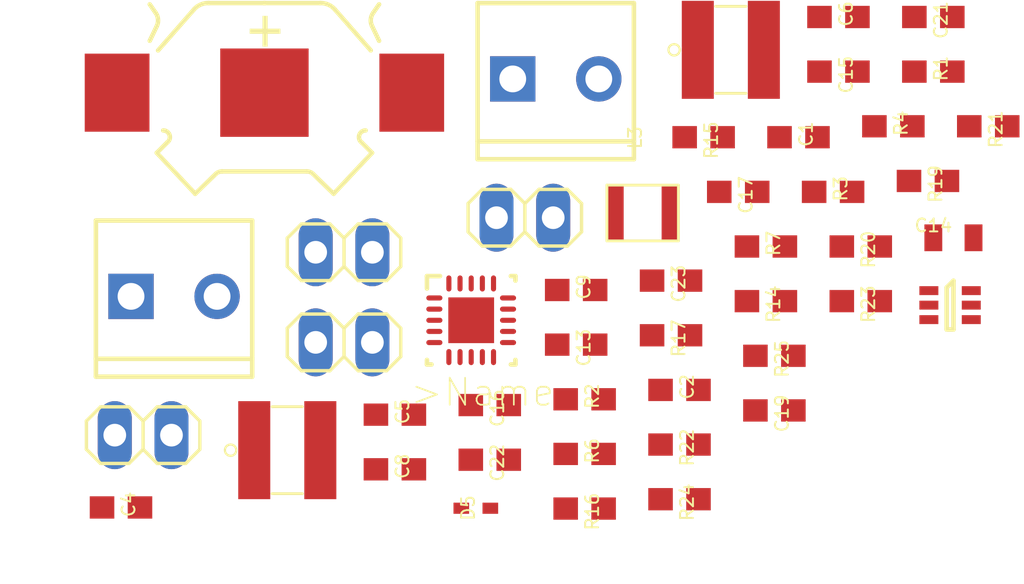
<source format=kicad_pcb>
(kicad_pcb (version 20171130) (host pcbnew "(5.1.4)-1")

  (general
    (thickness 1.6)
    (drawings 0)
    (tracks 0)
    (zones 0)
    (modules 47)
    (nets 27)
  )

  (page A4)
  (layers
    (0 F.Cu signal)
    (31 B.Cu signal)
    (32 B.Adhes user)
    (33 F.Adhes user)
    (34 B.Paste user)
    (35 F.Paste user)
    (36 B.SilkS user)
    (37 F.SilkS user)
    (38 B.Mask user)
    (39 F.Mask user)
    (40 Dwgs.User user)
    (41 Cmts.User user)
    (42 Eco1.User user)
    (43 Eco2.User user)
    (44 Edge.Cuts user)
    (45 Margin user)
    (46 B.CrtYd user)
    (47 F.CrtYd user)
    (48 B.Fab user)
    (49 F.Fab user)
  )

  (setup
    (last_trace_width 0.25)
    (trace_clearance 0.2)
    (zone_clearance 0.508)
    (zone_45_only no)
    (trace_min 0.2)
    (via_size 0.8)
    (via_drill 0.4)
    (via_min_size 0.4)
    (via_min_drill 0.3)
    (uvia_size 0.3)
    (uvia_drill 0.1)
    (uvias_allowed no)
    (uvia_min_size 0.2)
    (uvia_min_drill 0.1)
    (edge_width 0.05)
    (segment_width 0.2)
    (pcb_text_width 0.3)
    (pcb_text_size 1.5 1.5)
    (mod_edge_width 0.12)
    (mod_text_size 1 1)
    (mod_text_width 0.15)
    (pad_size 1.524 1.524)
    (pad_drill 0.762)
    (pad_to_mask_clearance 0.051)
    (solder_mask_min_width 0.25)
    (aux_axis_origin 0 0)
    (visible_elements FFFFFF7F)
    (pcbplotparams
      (layerselection 0x010fc_ffffffff)
      (usegerberextensions false)
      (usegerberattributes false)
      (usegerberadvancedattributes false)
      (creategerberjobfile false)
      (excludeedgelayer true)
      (linewidth 0.100000)
      (plotframeref false)
      (viasonmask false)
      (mode 1)
      (useauxorigin false)
      (hpglpennumber 1)
      (hpglpenspeed 20)
      (hpglpendiameter 15.000000)
      (psnegative false)
      (psa4output false)
      (plotreference true)
      (plotvalue true)
      (plotinvisibletext false)
      (padsonsilk false)
      (subtractmaskfromsilk false)
      (outputformat 1)
      (mirror false)
      (drillshape 1)
      (scaleselection 1)
      (outputdirectory ""))
  )

  (net 0 "")
  (net 1 "Net-(C1-Pad2)")
  (net 2 3.3V)
  (net 3 "Net-(C2-Pad1)")
  (net 4 "Net-(C4-Pad1)")
  (net 5 /+5V)
  (net 6 "Net-(C14-Pad1)")
  (net 7 "Net-(C13-Pad1)")
  (net 8 /VOUT_EN)
  (net 9 /+3.3V)
  (net 10 /VBAT)
  (net 11 "Net-(C21-Pad1)")
  (net 12 "Net-(G2-Pad+@1)")
  (net 13 "Net-(JP2-Pad2)")
  (net 14 "Net-(JP6-Pad2)")
  (net 15 "Net-(JP6-Pad1)")
  (net 16 "Net-(L1-Pad2)")
  (net 17 "Net-(L3-PadP$2)")
  (net 18 "Net-(L4-Pad1)")
  (net 19 "Net-(R1-Pad1)")
  (net 20 /VBAT_OK)
  (net 21 "Net-(R15-Pad2)")
  (net 22 "Net-(R19-Pad2)")
  (net 23 "Net-(R19-Pad1)")
  (net 24 "Net-(R20-Pad2)")
  (net 25 "Net-(R20-Pad1)")
  (net 26 "Net-(R22-Pad1)")

  (net_class Default "This is the default net class."
    (clearance 0.2)
    (trace_width 0.25)
    (via_dia 0.8)
    (via_drill 0.4)
    (uvia_dia 0.3)
    (uvia_drill 0.1)
    (add_net /+3.3V)
    (add_net /+5V)
    (add_net /VBAT)
    (add_net /VBAT_OK)
    (add_net /VOUT_EN)
    (add_net 3.3V)
    (add_net "Net-(C1-Pad2)")
    (add_net "Net-(C13-Pad1)")
    (add_net "Net-(C14-Pad1)")
    (add_net "Net-(C2-Pad1)")
    (add_net "Net-(C21-Pad1)")
    (add_net "Net-(C4-Pad1)")
    (add_net "Net-(G2-Pad+@1)")
    (add_net "Net-(JP2-Pad2)")
    (add_net "Net-(JP6-Pad1)")
    (add_net "Net-(JP6-Pad2)")
    (add_net "Net-(L1-Pad2)")
    (add_net "Net-(L3-PadP$2)")
    (add_net "Net-(L4-Pad1)")
    (add_net "Net-(R1-Pad1)")
    (add_net "Net-(R15-Pad2)")
    (add_net "Net-(R19-Pad1)")
    (add_net "Net-(R19-Pad2)")
    (add_net "Net-(R20-Pad1)")
    (add_net "Net-(R20-Pad2)")
    (add_net "Net-(R22-Pad1)")
  )

  (module PDB:DCK0006A (layer F.Cu) (tedit 0) (tstamp 5DA49098)
    (at 116.009595 76.1084)
    (path /391613E3)
    (fp_text reference U2 (at 0 0) (layer F.SilkS) hide
      (effects (font (size 1.27 1.27) (thickness 0.15)) (justify right top))
    )
    (fp_text value TPS61220DCKR (at 0 0) (layer F.SilkS) hide
      (effects (font (size 1.27 1.27) (thickness 0.15)) (justify right top))
    )
    (fp_text user .Designator (at -0.6858 -0.6604 270) (layer F.Fab)
      (effects (font (size 1.2065 1.2065) (thickness 0.0762)) (justify left bottom))
    )
    (fp_arc (start -0.3175 -0.6604) (end -0.4318 -0.6604) (angle 180) (layer F.Fab) (width 0.1524))
    (fp_arc (start -0.3175 -0.6604) (end -0.2032 -0.6604) (angle 180) (layer F.Fab) (width 0.1524))
    (fp_line (start 0.6096 -0.762) (end 0.6096 -0.9652) (layer F.Fab) (width 0.1524))
    (fp_line (start 0.6096 -0.1016) (end 0.6096 -0.5334) (layer F.Fab) (width 0.1524))
    (fp_line (start 0.6096 0.5334) (end 0.6096 0.1016) (layer F.Fab) (width 0.1524))
    (fp_line (start 0.6096 0.9652) (end 0.6096 0.762) (layer F.Fab) (width 0.1524))
    (fp_line (start 0.6096 -0.762) (end 0.6096 -0.9906) (layer F.Fab) (width 0.1524))
    (fp_line (start 0.6096 -0.1016) (end 0.6096 -0.5334) (layer F.Fab) (width 0.1524))
    (fp_line (start 0.6096 0.5334) (end 0.6096 0.1016) (layer F.Fab) (width 0.1524))
    (fp_line (start 0.6096 0.9906) (end 0.6096 0.762) (layer F.Fab) (width 0.1524))
    (fp_line (start -0.6096 0.9652) (end 0.6096 0.9652) (layer F.Fab) (width 0.1524))
    (fp_line (start -0.6096 -0.762) (end -0.6096 -0.9652) (layer F.Fab) (width 0.1524))
    (fp_line (start -0.6096 -0.1016) (end -0.6096 -0.5334) (layer F.Fab) (width 0.1524))
    (fp_line (start -0.6096 0.5334) (end -0.6096 0.1016) (layer F.Fab) (width 0.1524))
    (fp_line (start -0.6096 0.9652) (end -0.6096 0.762) (layer F.Fab) (width 0.1524))
    (fp_line (start -0.635 -0.762) (end -0.635 -0.9906) (layer F.Fab) (width 0.1524))
    (fp_line (start -0.635 -0.1016) (end -0.635 -0.5334) (layer F.Fab) (width 0.1524))
    (fp_line (start -0.635 0.5334) (end -0.635 0.1016) (layer F.Fab) (width 0.1524))
    (fp_line (start -0.635 0.9906) (end -0.635 0.762) (layer F.Fab) (width 0.1524))
    (fp_line (start -0.635 0.9906) (end 0.6096 0.9906) (layer F.Fab) (width 0.1524))
    (fp_line (start -0.6096 -0.9652) (end 0.6096 -0.9652) (layer F.Fab) (width 0.1524))
    (fp_line (start -0.635 -0.9906) (end 0.6096 -0.9906) (layer F.Fab) (width 0.1524))
    (fp_line (start 0.5842 0.762) (end 0.5842 0.5334) (layer F.Fab) (width 0.1524))
    (fp_line (start 0.9652 0.762) (end 1.143 0.762) (layer F.Fab) (width 0.1524))
    (fp_line (start 0.8382 0.5334) (end 0.8636 0.5334) (layer F.Fab) (width 0.1524))
    (fp_line (start 0.6096 0.5334) (end 0.8382 0.5334) (layer F.Fab) (width 0.1524))
    (fp_line (start 0.9652 0.5334) (end 1.143 0.5334) (layer F.Fab) (width 0.1524))
    (fp_line (start 0.8636 0.762) (end 0.9652 0.762) (layer F.Fab) (width 0.1524))
    (fp_line (start 0.8382 0.762) (end 0.8636 0.762) (layer F.Fab) (width 0.1524))
    (fp_line (start 0.6096 0.762) (end 0.8382 0.762) (layer F.Fab) (width 0.1524))
    (fp_line (start 0.5842 0.762) (end 0.6096 0.762) (layer F.Fab) (width 0.1524))
    (fp_line (start 1.143 0.762) (end 1.143 0.5334) (layer F.Fab) (width 0.1524))
    (fp_line (start 0.8636 0.5334) (end 0.9652 0.5334) (layer F.Fab) (width 0.1524))
    (fp_line (start 0.5842 0.5334) (end 0.6096 0.5334) (layer F.Fab) (width 0.1524))
    (fp_line (start 0.5842 0.1016) (end 0.5842 -0.1016) (layer F.Fab) (width 0.1524))
    (fp_line (start 0.8636 0.1016) (end 0.9652 0.1016) (layer F.Fab) (width 0.1524))
    (fp_line (start 0.8636 -0.1016) (end 0.9652 -0.1016) (layer F.Fab) (width 0.1524))
    (fp_line (start 1.143 0.1016) (end 1.143 -0.1016) (layer F.Fab) (width 0.1524))
    (fp_line (start 0.6096 -0.1016) (end 0.8382 -0.1016) (layer F.Fab) (width 0.1524))
    (fp_line (start 0.5842 0.1016) (end 0.6096 0.1016) (layer F.Fab) (width 0.1524))
    (fp_line (start 0.9652 0.1016) (end 1.143 0.1016) (layer F.Fab) (width 0.1524))
    (fp_line (start 0.8382 0.1016) (end 0.8636 0.1016) (layer F.Fab) (width 0.1524))
    (fp_line (start 0.6096 0.1016) (end 0.8382 0.1016) (layer F.Fab) (width 0.1524))
    (fp_line (start 0.9652 -0.1016) (end 1.143 -0.1016) (layer F.Fab) (width 0.1524))
    (fp_line (start 0.5842 -0.1016) (end 0.6096 -0.1016) (layer F.Fab) (width 0.1524))
    (fp_line (start 0.8382 -0.1016) (end 0.8636 -0.1016) (layer F.Fab) (width 0.1524))
    (fp_line (start 0.9652 -0.5334) (end 1.143 -0.5334) (layer F.Fab) (width 0.1524))
    (fp_line (start 0.8636 -0.5334) (end 0.9652 -0.5334) (layer F.Fab) (width 0.1524))
    (fp_line (start 0.8382 -0.5334) (end 0.8636 -0.5334) (layer F.Fab) (width 0.1524))
    (fp_line (start 0.6096 -0.5334) (end 0.8382 -0.5334) (layer F.Fab) (width 0.1524))
    (fp_line (start 0.5842 -0.5334) (end 0.6096 -0.5334) (layer F.Fab) (width 0.1524))
    (fp_line (start 0.9652 -0.762) (end 1.143 -0.762) (layer F.Fab) (width 0.1524))
    (fp_line (start 0.8636 -0.762) (end 0.9652 -0.762) (layer F.Fab) (width 0.1524))
    (fp_line (start 0.5842 -0.762) (end 0.6096 -0.762) (layer F.Fab) (width 0.1524))
    (fp_line (start 1.143 -0.5334) (end 1.143 -0.762) (layer F.Fab) (width 0.1524))
    (fp_line (start 0.5842 -0.5334) (end 0.5842 -0.762) (layer F.Fab) (width 0.1524))
    (fp_line (start 0.8382 -0.762) (end 0.8636 -0.762) (layer F.Fab) (width 0.1524))
    (fp_line (start 0.6096 -0.762) (end 0.8382 -0.762) (layer F.Fab) (width 0.1524))
    (fp_line (start -0.8636 0.762) (end -0.635 0.762) (layer F.Fab) (width 0.1524))
    (fp_line (start -0.635 0.5334) (end -0.5842 0.5334) (layer F.Fab) (width 0.1524))
    (fp_line (start -0.8636 0.5334) (end -0.635 0.5334) (layer F.Fab) (width 0.1524))
    (fp_line (start -0.9652 0.5334) (end -0.8636 0.5334) (layer F.Fab) (width 0.1524))
    (fp_line (start -0.9652 0.762) (end -0.8636 0.762) (layer F.Fab) (width 0.1524))
    (fp_line (start -1.143 0.762) (end -1.143 0.5334) (layer F.Fab) (width 0.1524))
    (fp_line (start -0.5842 0.762) (end -0.5842 0.5334) (layer F.Fab) (width 0.1524))
    (fp_line (start -1.143 0.762) (end -0.9652 0.762) (layer F.Fab) (width 0.1524))
    (fp_line (start -0.635 0.762) (end -0.5842 0.762) (layer F.Fab) (width 0.1524))
    (fp_line (start -1.143 0.5334) (end -0.9652 0.5334) (layer F.Fab) (width 0.1524))
    (fp_line (start -0.9652 -0.762) (end -0.8636 -0.762) (layer F.Fab) (width 0.1524))
    (fp_line (start -1.143 -0.762) (end -0.9652 -0.762) (layer F.Fab) (width 0.1524))
    (fp_line (start -0.9652 -0.5334) (end -0.8636 -0.5334) (layer F.Fab) (width 0.1524))
    (fp_line (start -0.8636 -0.5334) (end -0.635 -0.5334) (layer F.Fab) (width 0.1524))
    (fp_line (start -1.143 -0.5334) (end -0.9652 -0.5334) (layer F.Fab) (width 0.1524))
    (fp_line (start -0.635 -0.5334) (end -0.5842 -0.5334) (layer F.Fab) (width 0.1524))
    (fp_line (start -0.8636 -0.762) (end -0.635 -0.762) (layer F.Fab) (width 0.1524))
    (fp_line (start -1.143 -0.5334) (end -1.143 -0.762) (layer F.Fab) (width 0.1524))
    (fp_line (start -0.635 -0.762) (end -0.5842 -0.762) (layer F.Fab) (width 0.1524))
    (fp_line (start -0.5842 -0.5334) (end -0.5842 -0.762) (layer F.Fab) (width 0.1524))
    (fp_line (start -0.5842 0.1016) (end -0.5842 -0.1016) (layer F.Fab) (width 0.1524))
    (fp_line (start -0.8636 0.1016) (end -0.635 0.1016) (layer F.Fab) (width 0.1524))
    (fp_line (start -1.143 0.1016) (end -0.9652 0.1016) (layer F.Fab) (width 0.1524))
    (fp_line (start -0.9652 0.1016) (end -0.8636 0.1016) (layer F.Fab) (width 0.1524))
    (fp_line (start -0.9652 -0.1016) (end -0.8636 -0.1016) (layer F.Fab) (width 0.1524))
    (fp_line (start -0.8636 -0.1016) (end -0.635 -0.1016) (layer F.Fab) (width 0.1524))
    (fp_line (start -0.635 -0.1016) (end -0.5842 -0.1016) (layer F.Fab) (width 0.1524))
    (fp_line (start -1.143 0.1016) (end -1.143 -0.1016) (layer F.Fab) (width 0.1524))
    (fp_line (start -0.635 0.1016) (end -0.5842 0.1016) (layer F.Fab) (width 0.1524))
    (fp_line (start -1.143 -0.1016) (end -0.9652 -0.1016) (layer F.Fab) (width 0.1524))
    (fp_line (start -0.1524 -0.7874) (end 0.1524 -1.0922) (layer F.SilkS) (width 0.2032))
    (fp_line (start -0.1524 1.0922) (end -0.1524 -0.7874) (layer F.SilkS) (width 0.2032))
    (fp_line (start -0.1524 1.0922) (end 0.1524 1.0922) (layer F.SilkS) (width 0.2032))
    (fp_line (start 0.1524 1.0922) (end 0.1524 -1.0922) (layer F.SilkS) (width 0.2032))
    (pad 6 smd rect (at 0.95 -0.65 90) (size 0.4 0.85) (layers F.Cu F.Paste F.Mask)
      (net 13 "Net-(JP2-Pad2)") (solder_mask_margin 0.0635))
    (pad 5 smd rect (at 0.95 0 90) (size 0.4 0.85) (layers F.Cu F.Paste F.Mask)
      (net 17 "Net-(L3-PadP$2)") (solder_mask_margin 0.0635))
    (pad 4 smd rect (at 0.95 0.65 90) (size 0.4 0.85) (layers F.Cu F.Paste F.Mask)
      (net 3 "Net-(C2-Pad1)") (solder_mask_margin 0.0635))
    (pad 3 smd rect (at -0.949996 0.65 90) (size 0.4 0.85) (layers F.Cu F.Paste F.Mask)
      (net 2 3.3V) (solder_mask_margin 0.0635))
    (pad 2 smd rect (at -0.949996 0 90) (size 0.4 0.85) (layers F.Cu F.Paste F.Mask)
      (net 19 "Net-(R1-Pad1)") (solder_mask_margin 0.0635))
    (pad 1 smd rect (at -0.949996 -0.65 90) (size 0.4 0.85) (layers F.Cu F.Paste F.Mask)
      (net 1 "Net-(C1-Pad2)") (solder_mask_margin 0.0635))
  )

  (module PDB:RGR0020A (layer F.Cu) (tedit 0) (tstamp 5DA49031)
    (at 94.5574 76.7874)
    (path /C5A3CDC2)
    (fp_text reference U1 (at 0 0) (layer F.SilkS) hide
      (effects (font (size 1.27 1.27) (thickness 0.15)))
    )
    (fp_text value Value (at 0 0) (layer F.SilkS) hide
      (effects (font (size 1.27 1.27) (thickness 0.15)))
    )
    (fp_poly (pts (xy 0.1 1.017) (xy 1.017 1.017) (xy 1.017 0.1) (xy 0.1 0.1)) (layer F.Paste) (width 0))
    (fp_poly (pts (xy -0.1 0.1) (xy -1.017 0.1) (xy -1.017 1.017) (xy -0.1 1.017)) (layer F.Paste) (width 0))
    (fp_poly (pts (xy -0.1 -1.017) (xy -1.017 -1.017) (xy -1.017 -0.1) (xy -0.1 -0.1)) (layer F.Paste) (width 0))
    (fp_poly (pts (xy 0.1 -0.1) (xy 1.017 -0.1) (xy 1.017 -1.017) (xy 0.1 -1.017)) (layer F.Paste) (width 0))
    (fp_text user >Name (at -2.794 3.937) (layer F.SilkS)
      (effects (font (size 1.2065 1.2065) (thickness 0.0762)) (justify left bottom))
    )
    (fp_arc (start -1.1684 -0.9144) (end -1.4732 -0.9144) (angle 180) (layer F.Fab) (width 0.1016))
    (fp_arc (start -1.1684 -0.9144) (end -0.8636 -0.9144) (angle 180) (layer F.Fab) (width 0.1016))
    (fp_line (start -1.8288 1.8288) (end 1.8288 1.8288) (layer F.Fab) (width 0.1524))
    (fp_line (start -1.8288 -1.8288) (end 1.8288 -1.8288) (layer F.Fab) (width 0.1524))
    (fp_line (start 1.8288 1.8288) (end 1.8288 -1.8288) (layer F.Fab) (width 0.1524))
    (fp_line (start -1.8288 1.8288) (end -1.8288 -1.8288) (layer F.Fab) (width 0.1524))
    (fp_line (start -1.9812 -1.4224) (end -1.9812 -1.9812) (layer F.SilkS) (width 0.2032))
    (fp_line (start -1.9812 -1.9812) (end -1.397 -1.9812) (layer F.SilkS) (width 0.2032))
    (fp_line (start 1.778 -1.9812) (end 1.9812 -1.9812) (layer F.SilkS) (width 0.2032))
    (fp_line (start 1.9812 -1.778) (end 1.9812 -1.9812) (layer F.SilkS) (width 0.2032))
    (fp_line (start 1.9812 1.9812) (end 1.9812 1.778) (layer F.SilkS) (width 0.2032))
    (fp_line (start 1.778 1.9812) (end 1.9812 1.9812) (layer F.SilkS) (width 0.2032))
    (fp_line (start -1.9812 1.9812) (end -1.9812 1.778) (layer F.SilkS) (width 0.2032))
    (fp_line (start -1.9812 1.9812) (end -1.778 1.9812) (layer F.SilkS) (width 0.2032))
    (pad V smd roundrect (at 0 0.14) (size 0.5 0.5) (layers F.Cu F.Paste F.Mask) (roundrect_rratio 0.5)
      (solder_mask_margin 0.0635))
    (pad 21 smd rect (at 0 0) (size 2.05 2.05) (layers F.Cu F.Paste F.Mask)
      (net 2 3.3V) (solder_mask_margin 0.0635))
    (pad 20 smd roundrect (at -1 -1.65 90) (size 0.7239 0.2286) (layers F.Cu F.Paste F.Mask) (roundrect_rratio 0.5)
      (net 16 "Net-(L1-Pad2)") (solder_mask_margin 0.0635))
    (pad 19 smd roundrect (at -0.5 -1.65 90) (size 0.7239 0.2286) (layers F.Cu F.Paste F.Mask) (roundrect_rratio 0.5)
      (net 11 "Net-(C21-Pad1)") (solder_mask_margin 0.0635))
    (pad 18 smd roundrect (at 0 -1.65 90) (size 0.7239 0.2286) (layers F.Cu F.Paste F.Mask) (roundrect_rratio 0.5)
      (net 10 /VBAT) (solder_mask_margin 0.0635))
    (pad 17 smd roundrect (at 0.5 -1.65 90) (size 0.7239 0.2286) (layers F.Cu F.Paste F.Mask) (roundrect_rratio 0.5)
      (net 2 3.3V) (solder_mask_margin 0.0635))
    (pad 16 smd roundrect (at 1 -1.65 90) (size 0.7239 0.2286) (layers F.Cu F.Paste F.Mask) (roundrect_rratio 0.5)
      (net 18 "Net-(L4-Pad1)") (solder_mask_margin 0.0635))
    (pad 15 smd roundrect (at 1.65 -1 180) (size 0.7239 0.2286) (layers F.Cu F.Paste F.Mask) (roundrect_rratio 0.5)
      (net 2 3.3V) (solder_mask_margin 0.0635))
    (pad 14 smd roundrect (at 1.65 -0.5 180) (size 0.7239 0.2286) (layers F.Cu F.Paste F.Mask) (roundrect_rratio 0.5)
      (net 6 "Net-(C14-Pad1)") (solder_mask_margin 0.0635))
    (pad 13 smd roundrect (at 1.65 0 180) (size 0.7239 0.2286) (layers F.Cu F.Paste F.Mask) (roundrect_rratio 0.5)
      (net 20 /VBAT_OK) (solder_mask_margin 0.0635))
    (pad 12 smd roundrect (at 1.65 0.5 180) (size 0.7239 0.2286) (layers F.Cu F.Paste F.Mask) (roundrect_rratio 0.5)
      (net 26 "Net-(R22-Pad1)") (solder_mask_margin 0.0635))
    (pad 11 smd roundrect (at 1.65 1 180) (size 0.7239 0.2286) (layers F.Cu F.Paste F.Mask) (roundrect_rratio 0.5)
      (net 25 "Net-(R20-Pad1)") (solder_mask_margin 0.0635))
    (pad 10 smd roundrect (at 1 1.65 90) (size 0.7239 0.2286) (layers F.Cu F.Paste F.Mask) (roundrect_rratio 0.5)
      (net 24 "Net-(R20-Pad2)") (solder_mask_margin 0.0635))
    (pad 9 smd roundrect (at 0.5 1.65 90) (size 0.7239 0.2286) (layers F.Cu F.Paste F.Mask) (roundrect_rratio 0.5)
      (net 2 3.3V) (solder_mask_margin 0.0635))
    (pad 8 smd roundrect (at 0 1.65 90) (size 0.7239 0.2286) (layers F.Cu F.Paste F.Mask) (roundrect_rratio 0.5)
      (net 22 "Net-(R19-Pad2)") (solder_mask_margin 0.0635))
    (pad 7 smd roundrect (at -0.5 1.65 90) (size 0.7239 0.2286) (layers F.Cu F.Paste F.Mask) (roundrect_rratio 0.5)
      (net 23 "Net-(R19-Pad1)") (solder_mask_margin 0.0635))
    (pad 6 smd roundrect (at -1 1.65 90) (size 0.7239 0.2286) (layers F.Cu F.Paste F.Mask) (roundrect_rratio 0.5)
      (net 8 /VOUT_EN) (solder_mask_margin 0.0635))
    (pad 5 smd roundrect (at -1.65 1 180) (size 0.7239 0.2286) (layers F.Cu F.Paste F.Mask) (roundrect_rratio 0.5)
      (net 2 3.3V) (solder_mask_margin 0.0635))
    (pad 4 smd roundrect (at -1.65 0.5 180) (size 0.7239 0.2286) (layers F.Cu F.Paste F.Mask) (roundrect_rratio 0.5)
      (net 7 "Net-(C13-Pad1)") (solder_mask_margin 0.0635))
    (pad 3 smd roundrect (at -1.65 0 180) (size 0.7239 0.2286) (layers F.Cu F.Paste F.Mask) (roundrect_rratio 0.5)
      (net 21 "Net-(R15-Pad2)") (solder_mask_margin 0.0635))
    (pad 2 smd roundrect (at -1.65 -0.5 180) (size 0.7239 0.2286) (layers F.Cu F.Paste F.Mask) (roundrect_rratio 0.5)
      (net 4 "Net-(C4-Pad1)") (solder_mask_margin 0.0635))
    (pad 1 smd roundrect (at -1.65 -1 180) (size 0.7239 0.2286) (layers F.Cu F.Paste F.Mask) (roundrect_rratio 0.5)
      (net 2 3.3V) (solder_mask_margin 0.0635))
  )

  (module PDB:0603 (layer F.Cu) (tedit 0) (tstamp 5DA49004)
    (at 108.14 78.38)
    (descr "<p><b>Generic 1608 (0603) package</b></p>\n<p>0.2mm courtyard excess rounded to nearest 0.05mm.</p>")
    (path /8795F9AC)
    (fp_text reference R25 (at 0 -0.762 -270) (layer F.SilkS)
      (effects (font (size 0.57912 0.57912) (thickness 0.086868)) (justify right top))
    )
    (fp_text value 374K (at 0 0.762 -180) (layer F.Fab)
      (effects (font (size 0.57912 0.57912) (thickness 0.115824)) (justify right top))
    )
    (fp_poly (pts (xy -0.1999 0.3) (xy 0.1999 0.3) (xy 0.1999 -0.3) (xy -0.1999 -0.3)) (layer F.Adhes) (width 0))
    (fp_poly (pts (xy 0.3302 0.4699) (xy 0.8303 0.4699) (xy 0.8303 -0.4801) (xy 0.3302 -0.4801)) (layer F.Fab) (width 0))
    (fp_poly (pts (xy -0.8382 0.4699) (xy -0.3381 0.4699) (xy -0.3381 -0.4801) (xy -0.8382 -0.4801)) (layer F.Fab) (width 0))
    (fp_line (start -0.356 0.419) (end 0.356 0.419) (layer F.Fab) (width 0.1016))
    (fp_line (start -0.356 -0.432) (end 0.356 -0.432) (layer F.Fab) (width 0.1016))
    (fp_line (start -1.6 0.7) (end -1.6 -0.7) (layer Dwgs.User) (width 0.0508))
    (fp_line (start 1.6 0.7) (end -1.6 0.7) (layer Dwgs.User) (width 0.0508))
    (fp_line (start 1.6 -0.7) (end 1.6 0.7) (layer Dwgs.User) (width 0.0508))
    (fp_line (start -1.6 -0.7) (end 1.6 -0.7) (layer Dwgs.User) (width 0.0508))
    (pad 2 smd rect (at 0.85 0) (size 1.1 1) (layers F.Cu F.Paste F.Mask)
      (net 22 "Net-(R19-Pad2)") (solder_mask_margin 0.0635))
    (pad 1 smd rect (at -0.85 0) (size 1.1 1) (layers F.Cu F.Paste F.Mask)
      (net 24 "Net-(R20-Pad2)") (solder_mask_margin 0.0635))
  )

  (module PDB:0603 (layer F.Cu) (tedit 0) (tstamp 5DA48FF5)
    (at 103.89 84.81)
    (descr "<p><b>Generic 1608 (0603) package</b></p>\n<p>0.2mm courtyard excess rounded to nearest 0.05mm.</p>")
    (path /12E4D8CA)
    (fp_text reference R24 (at 0 -0.762 -270) (layer F.SilkS)
      (effects (font (size 0.57912 0.57912) (thickness 0.086868)) (justify right top))
    )
    (fp_text value 4.75M (at 0 0.762 -180) (layer F.Fab)
      (effects (font (size 0.57912 0.57912) (thickness 0.115824)) (justify right top))
    )
    (fp_poly (pts (xy -0.1999 0.3) (xy 0.1999 0.3) (xy 0.1999 -0.3) (xy -0.1999 -0.3)) (layer F.Adhes) (width 0))
    (fp_poly (pts (xy 0.3302 0.4699) (xy 0.8303 0.4699) (xy 0.8303 -0.4801) (xy 0.3302 -0.4801)) (layer F.Fab) (width 0))
    (fp_poly (pts (xy -0.8382 0.4699) (xy -0.3381 0.4699) (xy -0.3381 -0.4801) (xy -0.8382 -0.4801)) (layer F.Fab) (width 0))
    (fp_line (start -0.356 0.419) (end 0.356 0.419) (layer F.Fab) (width 0.1016))
    (fp_line (start -0.356 -0.432) (end 0.356 -0.432) (layer F.Fab) (width 0.1016))
    (fp_line (start -1.6 0.7) (end -1.6 -0.7) (layer Dwgs.User) (width 0.0508))
    (fp_line (start 1.6 0.7) (end -1.6 0.7) (layer Dwgs.User) (width 0.0508))
    (fp_line (start 1.6 -0.7) (end 1.6 0.7) (layer Dwgs.User) (width 0.0508))
    (fp_line (start -1.6 -0.7) (end 1.6 -0.7) (layer Dwgs.User) (width 0.0508))
    (pad 2 smd rect (at 0.85 0) (size 1.1 1) (layers F.Cu F.Paste F.Mask)
      (net 26 "Net-(R22-Pad1)") (solder_mask_margin 0.0635))
    (pad 1 smd rect (at -0.85 0) (size 1.1 1) (layers F.Cu F.Paste F.Mask)
      (net 2 3.3V) (solder_mask_margin 0.0635))
  )

  (module PDB:0603 (layer F.Cu) (tedit 0) (tstamp 5DA48FE6)
    (at 112.01 75.93)
    (descr "<p><b>Generic 1608 (0603) package</b></p>\n<p>0.2mm courtyard excess rounded to nearest 0.05mm.</p>")
    (path /EB19236A)
    (fp_text reference R23 (at 0 -0.762 -270) (layer F.SilkS)
      (effects (font (size 0.57912 0.57912) (thickness 0.086868)) (justify right top))
    )
    (fp_text value 4.53M (at 0 0.762 -180) (layer F.Fab)
      (effects (font (size 0.57912 0.57912) (thickness 0.115824)) (justify right top))
    )
    (fp_poly (pts (xy -0.1999 0.3) (xy 0.1999 0.3) (xy 0.1999 -0.3) (xy -0.1999 -0.3)) (layer F.Adhes) (width 0))
    (fp_poly (pts (xy 0.3302 0.4699) (xy 0.8303 0.4699) (xy 0.8303 -0.4801) (xy 0.3302 -0.4801)) (layer F.Fab) (width 0))
    (fp_poly (pts (xy -0.8382 0.4699) (xy -0.3381 0.4699) (xy -0.3381 -0.4801) (xy -0.8382 -0.4801)) (layer F.Fab) (width 0))
    (fp_line (start -0.356 0.419) (end 0.356 0.419) (layer F.Fab) (width 0.1016))
    (fp_line (start -0.356 -0.432) (end 0.356 -0.432) (layer F.Fab) (width 0.1016))
    (fp_line (start -1.6 0.7) (end -1.6 -0.7) (layer Dwgs.User) (width 0.0508))
    (fp_line (start 1.6 0.7) (end -1.6 0.7) (layer Dwgs.User) (width 0.0508))
    (fp_line (start 1.6 -0.7) (end 1.6 0.7) (layer Dwgs.User) (width 0.0508))
    (fp_line (start -1.6 -0.7) (end 1.6 -0.7) (layer Dwgs.User) (width 0.0508))
    (pad 2 smd rect (at 0.85 0) (size 1.1 1) (layers F.Cu F.Paste F.Mask)
      (net 25 "Net-(R20-Pad1)") (solder_mask_margin 0.0635))
    (pad 1 smd rect (at -0.85 0) (size 1.1 1) (layers F.Cu F.Paste F.Mask)
      (net 2 3.3V) (solder_mask_margin 0.0635))
  )

  (module PDB:0603 (layer F.Cu) (tedit 0) (tstamp 5DA48FD7)
    (at 103.89 82.36)
    (descr "<p><b>Generic 1608 (0603) package</b></p>\n<p>0.2mm courtyard excess rounded to nearest 0.05mm.</p>")
    (path /1DFCDDBB)
    (fp_text reference R22 (at 0 -0.762 -270) (layer F.SilkS)
      (effects (font (size 0.57912 0.57912) (thickness 0.086868)) (justify right top))
    )
    (fp_text value 8.25M (at 0 0.762 -180) (layer F.Fab)
      (effects (font (size 0.57912 0.57912) (thickness 0.115824)) (justify right top))
    )
    (fp_poly (pts (xy -0.1999 0.3) (xy 0.1999 0.3) (xy 0.1999 -0.3) (xy -0.1999 -0.3)) (layer F.Adhes) (width 0))
    (fp_poly (pts (xy 0.3302 0.4699) (xy 0.8303 0.4699) (xy 0.8303 -0.4801) (xy 0.3302 -0.4801)) (layer F.Fab) (width 0))
    (fp_poly (pts (xy -0.8382 0.4699) (xy -0.3381 0.4699) (xy -0.3381 -0.4801) (xy -0.8382 -0.4801)) (layer F.Fab) (width 0))
    (fp_line (start -0.356 0.419) (end 0.356 0.419) (layer F.Fab) (width 0.1016))
    (fp_line (start -0.356 -0.432) (end 0.356 -0.432) (layer F.Fab) (width 0.1016))
    (fp_line (start -1.6 0.7) (end -1.6 -0.7) (layer Dwgs.User) (width 0.0508))
    (fp_line (start 1.6 0.7) (end -1.6 0.7) (layer Dwgs.User) (width 0.0508))
    (fp_line (start 1.6 -0.7) (end 1.6 0.7) (layer Dwgs.User) (width 0.0508))
    (fp_line (start -1.6 -0.7) (end 1.6 -0.7) (layer Dwgs.User) (width 0.0508))
    (pad 2 smd rect (at 0.85 0) (size 1.1 1) (layers F.Cu F.Paste F.Mask)
      (net 22 "Net-(R19-Pad2)") (solder_mask_margin 0.0635))
    (pad 1 smd rect (at -0.85 0) (size 1.1 1) (layers F.Cu F.Paste F.Mask)
      (net 26 "Net-(R22-Pad1)") (solder_mask_margin 0.0635))
  )

  (module PDB:0603 (layer F.Cu) (tedit 0) (tstamp 5DA48FC8)
    (at 117.72 68.09)
    (descr "<p><b>Generic 1608 (0603) package</b></p>\n<p>0.2mm courtyard excess rounded to nearest 0.05mm.</p>")
    (path /5B63B1D5)
    (fp_text reference R21 (at 0 -0.762 -270) (layer F.SilkS)
      (effects (font (size 0.57912 0.57912) (thickness 0.086868)) (justify right top))
    )
    (fp_text value 5.62M (at 0 0.762 -180) (layer F.Fab)
      (effects (font (size 0.57912 0.57912) (thickness 0.115824)) (justify right top))
    )
    (fp_poly (pts (xy -0.1999 0.3) (xy 0.1999 0.3) (xy 0.1999 -0.3) (xy -0.1999 -0.3)) (layer F.Adhes) (width 0))
    (fp_poly (pts (xy 0.3302 0.4699) (xy 0.8303 0.4699) (xy 0.8303 -0.4801) (xy 0.3302 -0.4801)) (layer F.Fab) (width 0))
    (fp_poly (pts (xy -0.8382 0.4699) (xy -0.3381 0.4699) (xy -0.3381 -0.4801) (xy -0.8382 -0.4801)) (layer F.Fab) (width 0))
    (fp_line (start -0.356 0.419) (end 0.356 0.419) (layer F.Fab) (width 0.1016))
    (fp_line (start -0.356 -0.432) (end 0.356 -0.432) (layer F.Fab) (width 0.1016))
    (fp_line (start -1.6 0.7) (end -1.6 -0.7) (layer Dwgs.User) (width 0.0508))
    (fp_line (start 1.6 0.7) (end -1.6 0.7) (layer Dwgs.User) (width 0.0508))
    (fp_line (start 1.6 -0.7) (end 1.6 0.7) (layer Dwgs.User) (width 0.0508))
    (fp_line (start -1.6 -0.7) (end 1.6 -0.7) (layer Dwgs.User) (width 0.0508))
    (pad 2 smd rect (at 0.85 0) (size 1.1 1) (layers F.Cu F.Paste F.Mask)
      (net 23 "Net-(R19-Pad1)") (solder_mask_margin 0.0635))
    (pad 1 smd rect (at -0.85 0) (size 1.1 1) (layers F.Cu F.Paste F.Mask)
      (net 2 3.3V) (solder_mask_margin 0.0635))
  )

  (module PDB:0603 (layer F.Cu) (tedit 0) (tstamp 5DA48FB9)
    (at 112.01 73.48)
    (descr "<p><b>Generic 1608 (0603) package</b></p>\n<p>0.2mm courtyard excess rounded to nearest 0.05mm.</p>")
    (path /D0D1B1DA)
    (fp_text reference R20 (at 0 -0.762 -270) (layer F.SilkS)
      (effects (font (size 0.57912 0.57912) (thickness 0.086868)) (justify right top))
    )
    (fp_text value 8.25M (at 0 0.762 -180) (layer F.Fab)
      (effects (font (size 0.57912 0.57912) (thickness 0.115824)) (justify right top))
    )
    (fp_poly (pts (xy -0.1999 0.3) (xy 0.1999 0.3) (xy 0.1999 -0.3) (xy -0.1999 -0.3)) (layer F.Adhes) (width 0))
    (fp_poly (pts (xy 0.3302 0.4699) (xy 0.8303 0.4699) (xy 0.8303 -0.4801) (xy 0.3302 -0.4801)) (layer F.Fab) (width 0))
    (fp_poly (pts (xy -0.8382 0.4699) (xy -0.3381 0.4699) (xy -0.3381 -0.4801) (xy -0.8382 -0.4801)) (layer F.Fab) (width 0))
    (fp_line (start -0.356 0.419) (end 0.356 0.419) (layer F.Fab) (width 0.1016))
    (fp_line (start -0.356 -0.432) (end 0.356 -0.432) (layer F.Fab) (width 0.1016))
    (fp_line (start -1.6 0.7) (end -1.6 -0.7) (layer Dwgs.User) (width 0.0508))
    (fp_line (start 1.6 0.7) (end -1.6 0.7) (layer Dwgs.User) (width 0.0508))
    (fp_line (start 1.6 -0.7) (end 1.6 0.7) (layer Dwgs.User) (width 0.0508))
    (fp_line (start -1.6 -0.7) (end 1.6 -0.7) (layer Dwgs.User) (width 0.0508))
    (pad 2 smd rect (at 0.85 0) (size 1.1 1) (layers F.Cu F.Paste F.Mask)
      (net 24 "Net-(R20-Pad2)") (solder_mask_margin 0.0635))
    (pad 1 smd rect (at -0.85 0) (size 1.1 1) (layers F.Cu F.Paste F.Mask)
      (net 25 "Net-(R20-Pad1)") (solder_mask_margin 0.0635))
  )

  (module PDB:0603 (layer F.Cu) (tedit 0) (tstamp 5DA48FAA)
    (at 115.02 70.54)
    (descr "<p><b>Generic 1608 (0603) package</b></p>\n<p>0.2mm courtyard excess rounded to nearest 0.05mm.</p>")
    (path /7CB50D85)
    (fp_text reference R19 (at 0 -0.762 -270) (layer F.SilkS)
      (effects (font (size 0.57912 0.57912) (thickness 0.086868)) (justify right top))
    )
    (fp_text value 7.32M (at 0 0.762 -180) (layer F.Fab)
      (effects (font (size 0.57912 0.57912) (thickness 0.115824)) (justify right top))
    )
    (fp_poly (pts (xy -0.1999 0.3) (xy 0.1999 0.3) (xy 0.1999 -0.3) (xy -0.1999 -0.3)) (layer F.Adhes) (width 0))
    (fp_poly (pts (xy 0.3302 0.4699) (xy 0.8303 0.4699) (xy 0.8303 -0.4801) (xy 0.3302 -0.4801)) (layer F.Fab) (width 0))
    (fp_poly (pts (xy -0.8382 0.4699) (xy -0.3381 0.4699) (xy -0.3381 -0.4801) (xy -0.8382 -0.4801)) (layer F.Fab) (width 0))
    (fp_line (start -0.356 0.419) (end 0.356 0.419) (layer F.Fab) (width 0.1016))
    (fp_line (start -0.356 -0.432) (end 0.356 -0.432) (layer F.Fab) (width 0.1016))
    (fp_line (start -1.6 0.7) (end -1.6 -0.7) (layer Dwgs.User) (width 0.0508))
    (fp_line (start 1.6 0.7) (end -1.6 0.7) (layer Dwgs.User) (width 0.0508))
    (fp_line (start 1.6 -0.7) (end 1.6 0.7) (layer Dwgs.User) (width 0.0508))
    (fp_line (start -1.6 -0.7) (end 1.6 -0.7) (layer Dwgs.User) (width 0.0508))
    (pad 2 smd rect (at 0.85 0) (size 1.1 1) (layers F.Cu F.Paste F.Mask)
      (net 22 "Net-(R19-Pad2)") (solder_mask_margin 0.0635))
    (pad 1 smd rect (at -0.85 0) (size 1.1 1) (layers F.Cu F.Paste F.Mask)
      (net 23 "Net-(R19-Pad1)") (solder_mask_margin 0.0635))
  )

  (module PDB:0603 (layer F.Cu) (tedit 0) (tstamp 5DA48F9B)
    (at 103.51 77.46)
    (descr "<p><b>Generic 1608 (0603) package</b></p>\n<p>0.2mm courtyard excess rounded to nearest 0.05mm.</p>")
    (path /A14F4B35)
    (fp_text reference R17 (at 0 -0.762 -270) (layer F.SilkS)
      (effects (font (size 0.57912 0.57912) (thickness 0.086868)) (justify right top))
    )
    (fp_text value 0 (at 0 0.762 -180) (layer F.Fab)
      (effects (font (size 0.57912 0.57912) (thickness 0.115824)) (justify right top))
    )
    (fp_poly (pts (xy -0.1999 0.3) (xy 0.1999 0.3) (xy 0.1999 -0.3) (xy -0.1999 -0.3)) (layer F.Adhes) (width 0))
    (fp_poly (pts (xy 0.3302 0.4699) (xy 0.8303 0.4699) (xy 0.8303 -0.4801) (xy 0.3302 -0.4801)) (layer F.Fab) (width 0))
    (fp_poly (pts (xy -0.8382 0.4699) (xy -0.3381 0.4699) (xy -0.3381 -0.4801) (xy -0.8382 -0.4801)) (layer F.Fab) (width 0))
    (fp_line (start -0.356 0.419) (end 0.356 0.419) (layer F.Fab) (width 0.1016))
    (fp_line (start -0.356 -0.432) (end 0.356 -0.432) (layer F.Fab) (width 0.1016))
    (fp_line (start -1.6 0.7) (end -1.6 -0.7) (layer Dwgs.User) (width 0.0508))
    (fp_line (start 1.6 0.7) (end -1.6 0.7) (layer Dwgs.User) (width 0.0508))
    (fp_line (start 1.6 -0.7) (end 1.6 0.7) (layer Dwgs.User) (width 0.0508))
    (fp_line (start -1.6 -0.7) (end 1.6 -0.7) (layer Dwgs.User) (width 0.0508))
    (pad 2 smd rect (at 0.85 0) (size 1.1 1) (layers F.Cu F.Paste F.Mask)
      (net 4 "Net-(C4-Pad1)") (solder_mask_margin 0.0635))
    (pad 1 smd rect (at -0.85 0) (size 1.1 1) (layers F.Cu F.Paste F.Mask)
      (net 21 "Net-(R15-Pad2)") (solder_mask_margin 0.0635))
  )

  (module PDB:0603 (layer F.Cu) (tedit 0) (tstamp 5DA48F8C)
    (at 99.64 85.23)
    (descr "<p><b>Generic 1608 (0603) package</b></p>\n<p>0.2mm courtyard excess rounded to nearest 0.05mm.</p>")
    (path /9B008E36)
    (fp_text reference R16 (at 0 -0.762 -270) (layer F.SilkS)
      (effects (font (size 0.57912 0.57912) (thickness 0.086868)) (justify right top))
    )
    (fp_text value 0 (at 0 0.762 -180) (layer F.Fab)
      (effects (font (size 0.57912 0.57912) (thickness 0.115824)) (justify right top))
    )
    (fp_poly (pts (xy -0.1999 0.3) (xy 0.1999 0.3) (xy 0.1999 -0.3) (xy -0.1999 -0.3)) (layer F.Adhes) (width 0))
    (fp_poly (pts (xy 0.3302 0.4699) (xy 0.8303 0.4699) (xy 0.8303 -0.4801) (xy 0.3302 -0.4801)) (layer F.Fab) (width 0))
    (fp_poly (pts (xy -0.8382 0.4699) (xy -0.3381 0.4699) (xy -0.3381 -0.4801) (xy -0.8382 -0.4801)) (layer F.Fab) (width 0))
    (fp_line (start -0.356 0.419) (end 0.356 0.419) (layer F.Fab) (width 0.1016))
    (fp_line (start -0.356 -0.432) (end 0.356 -0.432) (layer F.Fab) (width 0.1016))
    (fp_line (start -1.6 0.7) (end -1.6 -0.7) (layer Dwgs.User) (width 0.0508))
    (fp_line (start 1.6 0.7) (end -1.6 0.7) (layer Dwgs.User) (width 0.0508))
    (fp_line (start 1.6 -0.7) (end 1.6 0.7) (layer Dwgs.User) (width 0.0508))
    (fp_line (start -1.6 -0.7) (end 1.6 -0.7) (layer Dwgs.User) (width 0.0508))
    (pad 2 smd rect (at 0.85 0) (size 1.1 1) (layers F.Cu F.Paste F.Mask)
      (net 21 "Net-(R15-Pad2)") (solder_mask_margin 0.0635))
    (pad 1 smd rect (at -0.85 0) (size 1.1 1) (layers F.Cu F.Paste F.Mask)
      (net 2 3.3V) (solder_mask_margin 0.0635))
  )

  (module PDB:0603 (layer F.Cu) (tedit 0) (tstamp 5DA48F7D)
    (at 104.97 68.58)
    (descr "<p><b>Generic 1608 (0603) package</b></p>\n<p>0.2mm courtyard excess rounded to nearest 0.05mm.</p>")
    (path /E070716E)
    (fp_text reference R15 (at 0 -0.762 -270) (layer F.SilkS)
      (effects (font (size 0.57912 0.57912) (thickness 0.086868)) (justify right top))
    )
    (fp_text value 0 (at 0 0.762 -180) (layer F.Fab)
      (effects (font (size 0.57912 0.57912) (thickness 0.115824)) (justify right top))
    )
    (fp_poly (pts (xy -0.1999 0.3) (xy 0.1999 0.3) (xy 0.1999 -0.3) (xy -0.1999 -0.3)) (layer F.Adhes) (width 0))
    (fp_poly (pts (xy 0.3302 0.4699) (xy 0.8303 0.4699) (xy 0.8303 -0.4801) (xy 0.3302 -0.4801)) (layer F.Fab) (width 0))
    (fp_poly (pts (xy -0.8382 0.4699) (xy -0.3381 0.4699) (xy -0.3381 -0.4801) (xy -0.8382 -0.4801)) (layer F.Fab) (width 0))
    (fp_line (start -0.356 0.419) (end 0.356 0.419) (layer F.Fab) (width 0.1016))
    (fp_line (start -0.356 -0.432) (end 0.356 -0.432) (layer F.Fab) (width 0.1016))
    (fp_line (start -1.6 0.7) (end -1.6 -0.7) (layer Dwgs.User) (width 0.0508))
    (fp_line (start 1.6 0.7) (end -1.6 0.7) (layer Dwgs.User) (width 0.0508))
    (fp_line (start 1.6 -0.7) (end 1.6 0.7) (layer Dwgs.User) (width 0.0508))
    (fp_line (start -1.6 -0.7) (end 1.6 -0.7) (layer Dwgs.User) (width 0.0508))
    (pad 2 smd rect (at 0.85 0) (size 1.1 1) (layers F.Cu F.Paste F.Mask)
      (net 21 "Net-(R15-Pad2)") (solder_mask_margin 0.0635))
    (pad 1 smd rect (at -0.85 0) (size 1.1 1) (layers F.Cu F.Paste F.Mask)
      (net 11 "Net-(C21-Pad1)") (solder_mask_margin 0.0635))
  )

  (module PDB:0603 (layer F.Cu) (tedit 0) (tstamp 5DA48F6E)
    (at 107.76 75.93)
    (descr "<p><b>Generic 1608 (0603) package</b></p>\n<p>0.2mm courtyard excess rounded to nearest 0.05mm.</p>")
    (path /54650AAC)
    (fp_text reference R14 (at 0 -0.762 -270) (layer F.SilkS)
      (effects (font (size 0.57912 0.57912) (thickness 0.086868)) (justify right top))
    )
    (fp_text value 0 (at 0 0.762 -180) (layer F.Fab)
      (effects (font (size 0.57912 0.57912) (thickness 0.115824)) (justify right top))
    )
    (fp_poly (pts (xy -0.1999 0.3) (xy 0.1999 0.3) (xy 0.1999 -0.3) (xy -0.1999 -0.3)) (layer F.Adhes) (width 0))
    (fp_poly (pts (xy 0.3302 0.4699) (xy 0.8303 0.4699) (xy 0.8303 -0.4801) (xy 0.3302 -0.4801)) (layer F.Fab) (width 0))
    (fp_poly (pts (xy -0.8382 0.4699) (xy -0.3381 0.4699) (xy -0.3381 -0.4801) (xy -0.8382 -0.4801)) (layer F.Fab) (width 0))
    (fp_line (start -0.356 0.419) (end 0.356 0.419) (layer F.Fab) (width 0.1016))
    (fp_line (start -0.356 -0.432) (end 0.356 -0.432) (layer F.Fab) (width 0.1016))
    (fp_line (start -1.6 0.7) (end -1.6 -0.7) (layer Dwgs.User) (width 0.0508))
    (fp_line (start 1.6 0.7) (end -1.6 0.7) (layer Dwgs.User) (width 0.0508))
    (fp_line (start 1.6 -0.7) (end 1.6 0.7) (layer Dwgs.User) (width 0.0508))
    (fp_line (start -1.6 -0.7) (end 1.6 -0.7) (layer Dwgs.User) (width 0.0508))
    (pad 2 smd rect (at 0.85 0) (size 1.1 1) (layers F.Cu F.Paste F.Mask)
      (net 10 /VBAT) (solder_mask_margin 0.0635))
    (pad 1 smd rect (at -0.85 0) (size 1.1 1) (layers F.Cu F.Paste F.Mask)
      (net 12 "Net-(G2-Pad+@1)") (solder_mask_margin 0.0635))
  )

  (module PDB:0603 (layer F.Cu) (tedit 0) (tstamp 5DA48F5F)
    (at 107.76 73.48)
    (descr "<p><b>Generic 1608 (0603) package</b></p>\n<p>0.2mm courtyard excess rounded to nearest 0.05mm.</p>")
    (path /E0AADA69)
    (fp_text reference R7 (at 0 -0.762 -270) (layer F.SilkS)
      (effects (font (size 0.57912 0.57912) (thickness 0.086868)) (justify right top))
    )
    (fp_text value 0 (at 0 0.762 -180) (layer F.Fab)
      (effects (font (size 0.57912 0.57912) (thickness 0.115824)) (justify right top))
    )
    (fp_poly (pts (xy -0.1999 0.3) (xy 0.1999 0.3) (xy 0.1999 -0.3) (xy -0.1999 -0.3)) (layer F.Adhes) (width 0))
    (fp_poly (pts (xy 0.3302 0.4699) (xy 0.8303 0.4699) (xy 0.8303 -0.4801) (xy 0.3302 -0.4801)) (layer F.Fab) (width 0))
    (fp_poly (pts (xy -0.8382 0.4699) (xy -0.3381 0.4699) (xy -0.3381 -0.4801) (xy -0.8382 -0.4801)) (layer F.Fab) (width 0))
    (fp_line (start -0.356 0.419) (end 0.356 0.419) (layer F.Fab) (width 0.1016))
    (fp_line (start -0.356 -0.432) (end 0.356 -0.432) (layer F.Fab) (width 0.1016))
    (fp_line (start -1.6 0.7) (end -1.6 -0.7) (layer Dwgs.User) (width 0.0508))
    (fp_line (start 1.6 0.7) (end -1.6 0.7) (layer Dwgs.User) (width 0.0508))
    (fp_line (start 1.6 -0.7) (end 1.6 0.7) (layer Dwgs.User) (width 0.0508))
    (fp_line (start -1.6 -0.7) (end 1.6 -0.7) (layer Dwgs.User) (width 0.0508))
    (pad 2 smd rect (at 0.85 0) (size 1.1 1) (layers F.Cu F.Paste F.Mask)
      (net 8 /VOUT_EN) (solder_mask_margin 0.0635))
    (pad 1 smd rect (at -0.85 0) (size 1.1 1) (layers F.Cu F.Paste F.Mask)
      (net 14 "Net-(JP6-Pad2)") (solder_mask_margin 0.0635))
  )

  (module PDB:0603 (layer F.Cu) (tedit 0) (tstamp 5DA48F50)
    (at 99.64 82.78)
    (descr "<p><b>Generic 1608 (0603) package</b></p>\n<p>0.2mm courtyard excess rounded to nearest 0.05mm.</p>")
    (path /1D372C77)
    (fp_text reference R6 (at 0 -0.762 -270) (layer F.SilkS)
      (effects (font (size 0.57912 0.57912) (thickness 0.086868)) (justify right top))
    )
    (fp_text value 0 (at 0 0.762 -180) (layer F.Fab)
      (effects (font (size 0.57912 0.57912) (thickness 0.115824)) (justify right top))
    )
    (fp_poly (pts (xy -0.1999 0.3) (xy 0.1999 0.3) (xy 0.1999 -0.3) (xy -0.1999 -0.3)) (layer F.Adhes) (width 0))
    (fp_poly (pts (xy 0.3302 0.4699) (xy 0.8303 0.4699) (xy 0.8303 -0.4801) (xy 0.3302 -0.4801)) (layer F.Fab) (width 0))
    (fp_poly (pts (xy -0.8382 0.4699) (xy -0.3381 0.4699) (xy -0.3381 -0.4801) (xy -0.8382 -0.4801)) (layer F.Fab) (width 0))
    (fp_line (start -0.356 0.419) (end 0.356 0.419) (layer F.Fab) (width 0.1016))
    (fp_line (start -0.356 -0.432) (end 0.356 -0.432) (layer F.Fab) (width 0.1016))
    (fp_line (start -1.6 0.7) (end -1.6 -0.7) (layer Dwgs.User) (width 0.0508))
    (fp_line (start 1.6 0.7) (end -1.6 0.7) (layer Dwgs.User) (width 0.0508))
    (fp_line (start 1.6 -0.7) (end 1.6 0.7) (layer Dwgs.User) (width 0.0508))
    (fp_line (start -1.6 -0.7) (end 1.6 -0.7) (layer Dwgs.User) (width 0.0508))
    (pad 2 smd rect (at 0.85 0) (size 1.1 1) (layers F.Cu F.Paste F.Mask)
      (net 20 /VBAT_OK) (solder_mask_margin 0.0635))
    (pad 1 smd rect (at -0.85 0) (size 1.1 1) (layers F.Cu F.Paste F.Mask)
      (net 15 "Net-(JP6-Pad1)") (solder_mask_margin 0.0635))
  )

  (module PDB:0603 (layer F.Cu) (tedit 0) (tstamp 5DA48F41)
    (at 113.47 68.09)
    (descr "<p><b>Generic 1608 (0603) package</b></p>\n<p>0.2mm courtyard excess rounded to nearest 0.05mm.</p>")
    (path /BC4F9680)
    (fp_text reference R4 (at 0 -0.762 -270) (layer F.SilkS)
      (effects (font (size 0.57912 0.57912) (thickness 0.086868)) (justify right top))
    )
    (fp_text value 0 (at 0 0.762 -180) (layer F.Fab)
      (effects (font (size 0.57912 0.57912) (thickness 0.115824)) (justify right top))
    )
    (fp_poly (pts (xy -0.1999 0.3) (xy 0.1999 0.3) (xy 0.1999 -0.3) (xy -0.1999 -0.3)) (layer F.Adhes) (width 0))
    (fp_poly (pts (xy 0.3302 0.4699) (xy 0.8303 0.4699) (xy 0.8303 -0.4801) (xy 0.3302 -0.4801)) (layer F.Fab) (width 0))
    (fp_poly (pts (xy -0.8382 0.4699) (xy -0.3381 0.4699) (xy -0.3381 -0.4801) (xy -0.8382 -0.4801)) (layer F.Fab) (width 0))
    (fp_line (start -0.356 0.419) (end 0.356 0.419) (layer F.Fab) (width 0.1016))
    (fp_line (start -0.356 -0.432) (end 0.356 -0.432) (layer F.Fab) (width 0.1016))
    (fp_line (start -1.6 0.7) (end -1.6 -0.7) (layer Dwgs.User) (width 0.0508))
    (fp_line (start 1.6 0.7) (end -1.6 0.7) (layer Dwgs.User) (width 0.0508))
    (fp_line (start 1.6 -0.7) (end 1.6 0.7) (layer Dwgs.User) (width 0.0508))
    (fp_line (start -1.6 -0.7) (end 1.6 -0.7) (layer Dwgs.User) (width 0.0508))
    (pad 2 smd rect (at 0.85 0) (size 1.1 1) (layers F.Cu F.Paste F.Mask)
      (net 1 "Net-(C1-Pad2)") (solder_mask_margin 0.0635))
    (pad 1 smd rect (at -0.85 0) (size 1.1 1) (layers F.Cu F.Paste F.Mask)
      (net 10 /VBAT) (solder_mask_margin 0.0635))
  )

  (module PDB:0603 (layer F.Cu) (tedit 0) (tstamp 5DA48F32)
    (at 110.77 71.03)
    (descr "<p><b>Generic 1608 (0603) package</b></p>\n<p>0.2mm courtyard excess rounded to nearest 0.05mm.</p>")
    (path /3C7BA9AA)
    (fp_text reference R3 (at 0 -0.762 -270) (layer F.SilkS)
      (effects (font (size 0.57912 0.57912) (thickness 0.086868)) (justify right top))
    )
    (fp_text value 110K (at 0 0.762 -180) (layer F.Fab)
      (effects (font (size 0.57912 0.57912) (thickness 0.115824)) (justify right top))
    )
    (fp_poly (pts (xy -0.1999 0.3) (xy 0.1999 0.3) (xy 0.1999 -0.3) (xy -0.1999 -0.3)) (layer F.Adhes) (width 0))
    (fp_poly (pts (xy 0.3302 0.4699) (xy 0.8303 0.4699) (xy 0.8303 -0.4801) (xy 0.3302 -0.4801)) (layer F.Fab) (width 0))
    (fp_poly (pts (xy -0.8382 0.4699) (xy -0.3381 0.4699) (xy -0.3381 -0.4801) (xy -0.8382 -0.4801)) (layer F.Fab) (width 0))
    (fp_line (start -0.356 0.419) (end 0.356 0.419) (layer F.Fab) (width 0.1016))
    (fp_line (start -0.356 -0.432) (end 0.356 -0.432) (layer F.Fab) (width 0.1016))
    (fp_line (start -1.6 0.7) (end -1.6 -0.7) (layer Dwgs.User) (width 0.0508))
    (fp_line (start 1.6 0.7) (end -1.6 0.7) (layer Dwgs.User) (width 0.0508))
    (fp_line (start 1.6 -0.7) (end 1.6 0.7) (layer Dwgs.User) (width 0.0508))
    (fp_line (start -1.6 -0.7) (end 1.6 -0.7) (layer Dwgs.User) (width 0.0508))
    (pad 2 smd rect (at 0.85 0) (size 1.1 1) (layers F.Cu F.Paste F.Mask)
      (net 19 "Net-(R1-Pad1)") (solder_mask_margin 0.0635))
    (pad 1 smd rect (at -0.85 0) (size 1.1 1) (layers F.Cu F.Paste F.Mask)
      (net 2 3.3V) (solder_mask_margin 0.0635))
  )

  (module PDB:0603 (layer F.Cu) (tedit 0) (tstamp 5DA48F23)
    (at 99.64 80.33)
    (descr "<p><b>Generic 1608 (0603) package</b></p>\n<p>0.2mm courtyard excess rounded to nearest 0.05mm.</p>")
    (path /851B3FB9)
    (fp_text reference R2 (at 0 -0.762 -270) (layer F.SilkS)
      (effects (font (size 0.57912 0.57912) (thickness 0.086868)) (justify right top))
    )
    (fp_text value 1M (at 0 0.762 -180) (layer F.Fab)
      (effects (font (size 0.57912 0.57912) (thickness 0.115824)) (justify right top))
    )
    (fp_poly (pts (xy -0.1999 0.3) (xy 0.1999 0.3) (xy 0.1999 -0.3) (xy -0.1999 -0.3)) (layer F.Adhes) (width 0))
    (fp_poly (pts (xy 0.3302 0.4699) (xy 0.8303 0.4699) (xy 0.8303 -0.4801) (xy 0.3302 -0.4801)) (layer F.Fab) (width 0))
    (fp_poly (pts (xy -0.8382 0.4699) (xy -0.3381 0.4699) (xy -0.3381 -0.4801) (xy -0.8382 -0.4801)) (layer F.Fab) (width 0))
    (fp_line (start -0.356 0.419) (end 0.356 0.419) (layer F.Fab) (width 0.1016))
    (fp_line (start -0.356 -0.432) (end 0.356 -0.432) (layer F.Fab) (width 0.1016))
    (fp_line (start -1.6 0.7) (end -1.6 -0.7) (layer Dwgs.User) (width 0.0508))
    (fp_line (start 1.6 0.7) (end -1.6 0.7) (layer Dwgs.User) (width 0.0508))
    (fp_line (start 1.6 -0.7) (end 1.6 0.7) (layer Dwgs.User) (width 0.0508))
    (fp_line (start -1.6 -0.7) (end 1.6 -0.7) (layer Dwgs.User) (width 0.0508))
    (pad 2 smd rect (at 0.85 0) (size 1.1 1) (layers F.Cu F.Paste F.Mask)
      (net 13 "Net-(JP2-Pad2)") (solder_mask_margin 0.0635))
    (pad 1 smd rect (at -0.85 0) (size 1.1 1) (layers F.Cu F.Paste F.Mask)
      (net 2 3.3V) (solder_mask_margin 0.0635))
  )

  (module PDB:0603 (layer F.Cu) (tedit 0) (tstamp 5DA48F14)
    (at 115.26 65.64)
    (descr "<p><b>Generic 1608 (0603) package</b></p>\n<p>0.2mm courtyard excess rounded to nearest 0.05mm.</p>")
    (path /5423D804)
    (fp_text reference R1 (at 0 -0.762 -270) (layer F.SilkS)
      (effects (font (size 0.57912 0.57912) (thickness 0.086868)) (justify right top))
    )
    (fp_text value 1M (at 0 0.762 -180) (layer F.Fab)
      (effects (font (size 0.57912 0.57912) (thickness 0.115824)) (justify right top))
    )
    (fp_poly (pts (xy -0.1999 0.3) (xy 0.1999 0.3) (xy 0.1999 -0.3) (xy -0.1999 -0.3)) (layer F.Adhes) (width 0))
    (fp_poly (pts (xy 0.3302 0.4699) (xy 0.8303 0.4699) (xy 0.8303 -0.4801) (xy 0.3302 -0.4801)) (layer F.Fab) (width 0))
    (fp_poly (pts (xy -0.8382 0.4699) (xy -0.3381 0.4699) (xy -0.3381 -0.4801) (xy -0.8382 -0.4801)) (layer F.Fab) (width 0))
    (fp_line (start -0.356 0.419) (end 0.356 0.419) (layer F.Fab) (width 0.1016))
    (fp_line (start -0.356 -0.432) (end 0.356 -0.432) (layer F.Fab) (width 0.1016))
    (fp_line (start -1.6 0.7) (end -1.6 -0.7) (layer Dwgs.User) (width 0.0508))
    (fp_line (start 1.6 0.7) (end -1.6 0.7) (layer Dwgs.User) (width 0.0508))
    (fp_line (start 1.6 -0.7) (end 1.6 0.7) (layer Dwgs.User) (width 0.0508))
    (fp_line (start -1.6 -0.7) (end 1.6 -0.7) (layer Dwgs.User) (width 0.0508))
    (pad 2 smd rect (at 0.85 0) (size 1.1 1) (layers F.Cu F.Paste F.Mask)
      (net 3 "Net-(C2-Pad1)") (solder_mask_margin 0.0635))
    (pad 1 smd rect (at -0.85 0) (size 1.1 1) (layers F.Cu F.Paste F.Mask)
      (net 19 "Net-(R1-Pad1)") (solder_mask_margin 0.0635))
  )

  (module PDB:LPS4018 (layer F.Cu) (tedit 0) (tstamp 5DA48F05)
    (at 86.3186 82.611699)
    (descr "Coilcraft LPS4018 series inductor package.")
    (path /8C3298C6)
    (fp_text reference L4 (at 0 0) (layer F.SilkS) hide
      (effects (font (size 1.27 1.27) (thickness 0.15)))
    )
    (fp_text value 10uH-LPS4018-103MR (at 0 0) (layer F.SilkS) hide
      (effects (font (size 1.27 1.27) (thickness 0.15)))
    )
    (fp_circle (center -2.54 0) (end -2.286 0) (layer F.SilkS) (width 0.1))
    (fp_line (start 0.67945 -1.94945) (end -0.67945 -1.94945) (layer F.SilkS) (width 0.127))
    (fp_line (start -0.67945 1.94945) (end 0.67945 1.94945) (layer F.SilkS) (width 0.127))
    (pad 2 smd rect (at 1.47955 0) (size 1.4351 4.3942) (layers F.Cu F.Paste F.Mask)
      (net 6 "Net-(C14-Pad1)") (solder_mask_margin 0.0635))
    (pad 1 smd rect (at -1.47955 0) (size 1.4351 4.3942) (layers F.Cu F.Paste F.Mask)
      (net 18 "Net-(L4-Pad1)") (solder_mask_margin 0.0635))
  )

  (module PDB:DFE322512C (layer F.Cu) (tedit 0) (tstamp 5DA48EFC)
    (at 102.2381 71.9781)
    (descr "muRata (previously TOKO) DFE322512C series inductors")
    (path /69C4ACF3)
    (fp_text reference L3 (at 0 -2.81 -90) (layer F.SilkS)
      (effects (font (size 0.57912 0.57912) (thickness 0.086868)) (justify left bottom))
    )
    (fp_text value "4.7uH - EPL3015-472ML" (at 0 1.81) (layer F.Fab)
      (effects (font (size 0.9652 0.9652) (thickness 0.115824)) (justify right top))
    )
    (fp_line (start -1.6 1.25) (end -1.6 -1.25) (layer F.SilkS) (width 0.127))
    (fp_line (start 1.6 1.25) (end -1.6 1.25) (layer F.SilkS) (width 0.127))
    (fp_line (start 1.6 -1.25) (end 1.6 1.25) (layer F.SilkS) (width 0.127))
    (fp_line (start -1.6 -1.25) (end 1.6 -1.25) (layer F.SilkS) (width 0.127))
    (pad P$2 smd rect (at -1.225 0 90) (size 2.5 0.75) (layers F.Cu F.Paste F.Mask)
      (net 17 "Net-(L3-PadP$2)") (solder_mask_margin 0.0635))
    (pad P$1 smd rect (at 1.225 0 90) (size 2.5 0.75) (layers F.Cu F.Paste F.Mask)
      (net 1 "Net-(C1-Pad2)") (solder_mask_margin 0.0635))
  )

  (module PDB:LPS4018 (layer F.Cu) (tedit 0) (tstamp 5DA48EF2)
    (at 106.1886 64.661699)
    (descr "Coilcraft LPS4018 series inductor package.")
    (path /AD385499)
    (fp_text reference L1 (at 0 0) (layer F.SilkS) hide
      (effects (font (size 1.27 1.27) (thickness 0.15)))
    )
    (fp_text value 22uH-LPS4018-223MR (at 0 0) (layer F.SilkS) hide
      (effects (font (size 1.27 1.27) (thickness 0.15)))
    )
    (fp_circle (center -2.54 0) (end -2.286 0) (layer F.SilkS) (width 0.1))
    (fp_line (start 0.67945 -1.94945) (end -0.67945 -1.94945) (layer F.SilkS) (width 0.127))
    (fp_line (start -0.67945 1.94945) (end 0.67945 1.94945) (layer F.SilkS) (width 0.127))
    (pad 2 smd rect (at 1.47955 0) (size 1.4351 4.3942) (layers F.Cu F.Paste F.Mask)
      (net 16 "Net-(L1-Pad2)") (solder_mask_margin 0.0635))
    (pad 1 smd rect (at -1.47955 0) (size 1.4351 4.3942) (layers F.Cu F.Paste F.Mask)
      (net 4 "Net-(C4-Pad1)") (solder_mask_margin 0.0635))
  )

  (module PDB:SCREWTERMINAL-3.5MM-2_LOCK (layer F.Cu) (tedit 0) (tstamp 5DA48EE9)
    (at 79.4962 75.7162)
    (path /1D5F55F3)
    (fp_text reference JP11 (at -1.27 -2.54) (layer F.SilkS) hide
      (effects (font (size 0.38608 0.38608) (thickness 0.032512)) (justify right top))
    )
    (fp_text value M023.5MM_LOCK (at -1.27 -1.27 -180) (layer F.Fab)
      (effects (font (size 0.38608 0.38608) (thickness 0.030886)) (justify right top))
    )
    (fp_circle (center 3.5 0) (end 3.9318 0) (layer F.Fab) (width 0.0254))
    (fp_circle (center 0 0) (end 0.4318 0) (layer F.Fab) (width 0.0254))
    (fp_circle (center 2 -3) (end 2.2828 -3) (layer F.Fab) (width 0.127))
    (fp_line (start 5.65 -2.15) (end 5.25 -2.15) (layer F.Fab) (width 0.2032))
    (fp_line (start 5.65 -3.15) (end 5.65 -2.15) (layer F.Fab) (width 0.2032))
    (fp_line (start 5.25 -3.15) (end 5.65 -3.15) (layer F.Fab) (width 0.2032))
    (fp_line (start -2.15 2.35) (end -1.75 2.35) (layer F.Fab) (width 0.2032))
    (fp_line (start -2.15 1.35) (end -2.15 2.35) (layer F.Fab) (width 0.2032))
    (fp_line (start -1.75 1.35) (end -2.15 1.35) (layer F.Fab) (width 0.2032))
    (fp_line (start 5.25 2.8) (end -1.75 2.8) (layer F.SilkS) (width 0.2032))
    (fp_line (start -1.75 2.8) (end -1.75 -3.4) (layer F.SilkS) (width 0.2032))
    (fp_line (start -1.75 3.6) (end -1.75 2.8) (layer F.SilkS) (width 0.2032))
    (fp_line (start 5.25 3.6) (end -1.75 3.6) (layer F.SilkS) (width 0.2032))
    (fp_line (start 5.25 2.8) (end 5.25 3.6) (layer F.SilkS) (width 0.2032))
    (fp_line (start 5.25 -3.4) (end 5.25 2.8) (layer F.SilkS) (width 0.2032))
    (fp_line (start -1.75 -3.4) (end 5.25 -3.4) (layer F.SilkS) (width 0.2032))
    (pad 2 thru_hole circle (at 3.6778 0) (size 2.032 2.032) (drill 1.2) (layers *.Cu *.Mask)
      (net 2 3.3V) (solder_mask_margin 0.0635))
    (pad 1 thru_hole rect (at -0.1778 0) (size 2.032 2.032) (drill 1.2) (layers *.Cu *.Mask)
      (net 4 "Net-(C4-Pad1)") (solder_mask_margin 0.0635))
  )

  (module PDB:1X02 (layer F.Cu) (tedit 0) (tstamp 5DA48ED3)
    (at 88.8608 77.778599)
    (descr "<b>PIN HEADER</b>")
    (path /A21E5090)
    (fp_text reference JP6 (at -2.6162 -1.8288) (layer F.SilkS) hide
      (effects (font (size 1.2065 1.2065) (thickness 0.127)) (justify left bottom))
    )
    (fp_text value PINHD-1X2 (at -2.54 3.175) (layer F.Fab)
      (effects (font (size 1.2065 1.2065) (thickness 0.09652)) (justify left bottom))
    )
    (fp_poly (pts (xy 1.016 0.254) (xy 1.524 0.254) (xy 1.524 -0.254) (xy 1.016 -0.254)) (layer F.Fab) (width 0))
    (fp_poly (pts (xy -1.524 0.254) (xy -1.016 0.254) (xy -1.016 -0.254) (xy -1.524 -0.254)) (layer F.Fab) (width 0))
    (fp_line (start 0.635 1.27) (end 0 0.635) (layer F.SilkS) (width 0.1524))
    (fp_line (start 1.905 1.27) (end 0.635 1.27) (layer F.SilkS) (width 0.1524))
    (fp_line (start 2.54 0.635) (end 1.905 1.27) (layer F.SilkS) (width 0.1524))
    (fp_line (start 2.54 -0.635) (end 2.54 0.635) (layer F.SilkS) (width 0.1524))
    (fp_line (start 1.905 -1.27) (end 2.54 -0.635) (layer F.SilkS) (width 0.1524))
    (fp_line (start 0.635 -1.27) (end 1.905 -1.27) (layer F.SilkS) (width 0.1524))
    (fp_line (start 0 -0.635) (end 0.635 -1.27) (layer F.SilkS) (width 0.1524))
    (fp_line (start -0.635 1.27) (end -1.905 1.27) (layer F.SilkS) (width 0.1524))
    (fp_line (start -2.54 0.635) (end -1.905 1.27) (layer F.SilkS) (width 0.1524))
    (fp_line (start -1.905 -1.27) (end -2.54 -0.635) (layer F.SilkS) (width 0.1524))
    (fp_line (start -2.54 -0.635) (end -2.54 0.635) (layer F.SilkS) (width 0.1524))
    (fp_line (start 0 0.635) (end -0.635 1.27) (layer F.SilkS) (width 0.1524))
    (fp_line (start 0 -0.635) (end 0 0.635) (layer F.SilkS) (width 0.1524))
    (fp_line (start -0.635 -1.27) (end 0 -0.635) (layer F.SilkS) (width 0.1524))
    (fp_line (start -1.905 -1.27) (end -0.635 -1.27) (layer F.SilkS) (width 0.1524))
    (pad 2 thru_hole oval (at 1.27 0 90) (size 3.048 1.524) (drill 1.016) (layers *.Cu *.Mask)
      (net 14 "Net-(JP6-Pad2)") (solder_mask_margin 0.0635))
    (pad 1 thru_hole oval (at -1.27 0 90) (size 3.048 1.524) (drill 1.016) (layers *.Cu *.Mask)
      (net 15 "Net-(JP6-Pad1)") (solder_mask_margin 0.0635))
  )

  (module PDB:SCREWTERMINAL-3.5MM-2_LOCK (layer F.Cu) (tedit 0) (tstamp 5DA48EBC)
    (at 96.5962 65.9662)
    (path /F1D3685F)
    (fp_text reference JP5 (at -1.27 -2.54) (layer F.SilkS) hide
      (effects (font (size 0.38608 0.38608) (thickness 0.032512)) (justify right top))
    )
    (fp_text value M023.5MM_LOCK (at -1.27 -1.27 -180) (layer F.Fab)
      (effects (font (size 0.38608 0.38608) (thickness 0.030886)) (justify right top))
    )
    (fp_circle (center 3.5 0) (end 3.9318 0) (layer F.Fab) (width 0.0254))
    (fp_circle (center 0 0) (end 0.4318 0) (layer F.Fab) (width 0.0254))
    (fp_circle (center 2 -3) (end 2.2828 -3) (layer F.Fab) (width 0.127))
    (fp_line (start 5.65 -2.15) (end 5.25 -2.15) (layer F.Fab) (width 0.2032))
    (fp_line (start 5.65 -3.15) (end 5.65 -2.15) (layer F.Fab) (width 0.2032))
    (fp_line (start 5.25 -3.15) (end 5.65 -3.15) (layer F.Fab) (width 0.2032))
    (fp_line (start -2.15 2.35) (end -1.75 2.35) (layer F.Fab) (width 0.2032))
    (fp_line (start -2.15 1.35) (end -2.15 2.35) (layer F.Fab) (width 0.2032))
    (fp_line (start -1.75 1.35) (end -2.15 1.35) (layer F.Fab) (width 0.2032))
    (fp_line (start 5.25 2.8) (end -1.75 2.8) (layer F.SilkS) (width 0.2032))
    (fp_line (start -1.75 2.8) (end -1.75 -3.4) (layer F.SilkS) (width 0.2032))
    (fp_line (start -1.75 3.6) (end -1.75 2.8) (layer F.SilkS) (width 0.2032))
    (fp_line (start 5.25 3.6) (end -1.75 3.6) (layer F.SilkS) (width 0.2032))
    (fp_line (start 5.25 2.8) (end 5.25 3.6) (layer F.SilkS) (width 0.2032))
    (fp_line (start 5.25 -3.4) (end 5.25 2.8) (layer F.SilkS) (width 0.2032))
    (fp_line (start -1.75 -3.4) (end 5.25 -3.4) (layer F.SilkS) (width 0.2032))
    (pad 2 thru_hole circle (at 3.6778 0) (size 2.032 2.032) (drill 1.2) (layers *.Cu *.Mask)
      (net 12 "Net-(G2-Pad+@1)") (solder_mask_margin 0.0635))
    (pad 1 thru_hole rect (at -0.1778 0) (size 2.032 2.032) (drill 1.2) (layers *.Cu *.Mask)
      (net 2 3.3V) (solder_mask_margin 0.0635))
  )

  (module PDB:1X02 (layer F.Cu) (tedit 0) (tstamp 5DA48EA6)
    (at 79.8608 81.938599)
    (descr "<b>PIN HEADER</b>")
    (path /8182258E)
    (fp_text reference JP3 (at -2.6162 -1.8288) (layer F.SilkS) hide
      (effects (font (size 1.2065 1.2065) (thickness 0.127)) (justify left bottom))
    )
    (fp_text value PINHD-1X2 (at -2.54 3.175) (layer F.Fab)
      (effects (font (size 1.2065 1.2065) (thickness 0.09652)) (justify left bottom))
    )
    (fp_poly (pts (xy 1.016 0.254) (xy 1.524 0.254) (xy 1.524 -0.254) (xy 1.016 -0.254)) (layer F.Fab) (width 0))
    (fp_poly (pts (xy -1.524 0.254) (xy -1.016 0.254) (xy -1.016 -0.254) (xy -1.524 -0.254)) (layer F.Fab) (width 0))
    (fp_line (start 0.635 1.27) (end 0 0.635) (layer F.SilkS) (width 0.1524))
    (fp_line (start 1.905 1.27) (end 0.635 1.27) (layer F.SilkS) (width 0.1524))
    (fp_line (start 2.54 0.635) (end 1.905 1.27) (layer F.SilkS) (width 0.1524))
    (fp_line (start 2.54 -0.635) (end 2.54 0.635) (layer F.SilkS) (width 0.1524))
    (fp_line (start 1.905 -1.27) (end 2.54 -0.635) (layer F.SilkS) (width 0.1524))
    (fp_line (start 0.635 -1.27) (end 1.905 -1.27) (layer F.SilkS) (width 0.1524))
    (fp_line (start 0 -0.635) (end 0.635 -1.27) (layer F.SilkS) (width 0.1524))
    (fp_line (start -0.635 1.27) (end -1.905 1.27) (layer F.SilkS) (width 0.1524))
    (fp_line (start -2.54 0.635) (end -1.905 1.27) (layer F.SilkS) (width 0.1524))
    (fp_line (start -1.905 -1.27) (end -2.54 -0.635) (layer F.SilkS) (width 0.1524))
    (fp_line (start -2.54 -0.635) (end -2.54 0.635) (layer F.SilkS) (width 0.1524))
    (fp_line (start 0 0.635) (end -0.635 1.27) (layer F.SilkS) (width 0.1524))
    (fp_line (start 0 -0.635) (end 0 0.635) (layer F.SilkS) (width 0.1524))
    (fp_line (start -0.635 -1.27) (end 0 -0.635) (layer F.SilkS) (width 0.1524))
    (fp_line (start -1.905 -1.27) (end -0.635 -1.27) (layer F.SilkS) (width 0.1524))
    (pad 2 thru_hole oval (at 1.27 0 90) (size 3.048 1.524) (drill 1.016) (layers *.Cu *.Mask)
      (net 9 /+3.3V) (solder_mask_margin 0.0635))
    (pad 1 thru_hole oval (at -1.27 0 90) (size 3.048 1.524) (drill 1.016) (layers *.Cu *.Mask)
      (net 6 "Net-(C14-Pad1)") (solder_mask_margin 0.0635))
  )

  (module PDB:1X02 (layer F.Cu) (tedit 0) (tstamp 5DA48E8F)
    (at 88.8608 73.738599)
    (descr "<b>PIN HEADER</b>")
    (path /BAFA783C)
    (fp_text reference JP2 (at -2.6162 -1.8288) (layer F.SilkS) hide
      (effects (font (size 1.2065 1.2065) (thickness 0.127)) (justify left bottom))
    )
    (fp_text value PINHD-1X2 (at -2.54 3.175) (layer F.Fab)
      (effects (font (size 1.2065 1.2065) (thickness 0.09652)) (justify left bottom))
    )
    (fp_poly (pts (xy 1.016 0.254) (xy 1.524 0.254) (xy 1.524 -0.254) (xy 1.016 -0.254)) (layer F.Fab) (width 0))
    (fp_poly (pts (xy -1.524 0.254) (xy -1.016 0.254) (xy -1.016 -0.254) (xy -1.524 -0.254)) (layer F.Fab) (width 0))
    (fp_line (start 0.635 1.27) (end 0 0.635) (layer F.SilkS) (width 0.1524))
    (fp_line (start 1.905 1.27) (end 0.635 1.27) (layer F.SilkS) (width 0.1524))
    (fp_line (start 2.54 0.635) (end 1.905 1.27) (layer F.SilkS) (width 0.1524))
    (fp_line (start 2.54 -0.635) (end 2.54 0.635) (layer F.SilkS) (width 0.1524))
    (fp_line (start 1.905 -1.27) (end 2.54 -0.635) (layer F.SilkS) (width 0.1524))
    (fp_line (start 0.635 -1.27) (end 1.905 -1.27) (layer F.SilkS) (width 0.1524))
    (fp_line (start 0 -0.635) (end 0.635 -1.27) (layer F.SilkS) (width 0.1524))
    (fp_line (start -0.635 1.27) (end -1.905 1.27) (layer F.SilkS) (width 0.1524))
    (fp_line (start -2.54 0.635) (end -1.905 1.27) (layer F.SilkS) (width 0.1524))
    (fp_line (start -1.905 -1.27) (end -2.54 -0.635) (layer F.SilkS) (width 0.1524))
    (fp_line (start -2.54 -0.635) (end -2.54 0.635) (layer F.SilkS) (width 0.1524))
    (fp_line (start 0 0.635) (end -0.635 1.27) (layer F.SilkS) (width 0.1524))
    (fp_line (start 0 -0.635) (end 0 0.635) (layer F.SilkS) (width 0.1524))
    (fp_line (start -0.635 -1.27) (end 0 -0.635) (layer F.SilkS) (width 0.1524))
    (fp_line (start -1.905 -1.27) (end -0.635 -1.27) (layer F.SilkS) (width 0.1524))
    (pad 2 thru_hole oval (at 1.27 0 90) (size 3.048 1.524) (drill 1.016) (layers *.Cu *.Mask)
      (net 13 "Net-(JP2-Pad2)") (solder_mask_margin 0.0635))
    (pad 1 thru_hole oval (at -1.27 0 90) (size 3.048 1.524) (drill 1.016) (layers *.Cu *.Mask)
      (net 8 /VOUT_EN) (solder_mask_margin 0.0635))
  )

  (module PDB:1X02 (layer F.Cu) (tedit 0) (tstamp 5DA48E78)
    (at 96.9608 72.188599)
    (descr "<b>PIN HEADER</b>")
    (path /0B60073D)
    (fp_text reference JP1 (at -2.6162 -1.8288) (layer F.SilkS) hide
      (effects (font (size 1.2065 1.2065) (thickness 0.127)) (justify left bottom))
    )
    (fp_text value PINHD-1X2 (at -2.54 3.175) (layer F.Fab)
      (effects (font (size 1.2065 1.2065) (thickness 0.09652)) (justify left bottom))
    )
    (fp_poly (pts (xy 1.016 0.254) (xy 1.524 0.254) (xy 1.524 -0.254) (xy 1.016 -0.254)) (layer F.Fab) (width 0))
    (fp_poly (pts (xy -1.524 0.254) (xy -1.016 0.254) (xy -1.016 -0.254) (xy -1.524 -0.254)) (layer F.Fab) (width 0))
    (fp_line (start 0.635 1.27) (end 0 0.635) (layer F.SilkS) (width 0.1524))
    (fp_line (start 1.905 1.27) (end 0.635 1.27) (layer F.SilkS) (width 0.1524))
    (fp_line (start 2.54 0.635) (end 1.905 1.27) (layer F.SilkS) (width 0.1524))
    (fp_line (start 2.54 -0.635) (end 2.54 0.635) (layer F.SilkS) (width 0.1524))
    (fp_line (start 1.905 -1.27) (end 2.54 -0.635) (layer F.SilkS) (width 0.1524))
    (fp_line (start 0.635 -1.27) (end 1.905 -1.27) (layer F.SilkS) (width 0.1524))
    (fp_line (start 0 -0.635) (end 0.635 -1.27) (layer F.SilkS) (width 0.1524))
    (fp_line (start -0.635 1.27) (end -1.905 1.27) (layer F.SilkS) (width 0.1524))
    (fp_line (start -2.54 0.635) (end -1.905 1.27) (layer F.SilkS) (width 0.1524))
    (fp_line (start -1.905 -1.27) (end -2.54 -0.635) (layer F.SilkS) (width 0.1524))
    (fp_line (start -2.54 -0.635) (end -2.54 0.635) (layer F.SilkS) (width 0.1524))
    (fp_line (start 0 0.635) (end -0.635 1.27) (layer F.SilkS) (width 0.1524))
    (fp_line (start 0 -0.635) (end 0 0.635) (layer F.SilkS) (width 0.1524))
    (fp_line (start -0.635 -1.27) (end 0 -0.635) (layer F.SilkS) (width 0.1524))
    (fp_line (start -1.905 -1.27) (end -0.635 -1.27) (layer F.SilkS) (width 0.1524))
    (pad 2 thru_hole oval (at 1.27 0 90) (size 3.048 1.524) (drill 1.016) (layers *.Cu *.Mask)
      (net 5 /+5V) (solder_mask_margin 0.0635))
    (pad 1 thru_hole oval (at -1.27 0 90) (size 3.048 1.524) (drill 1.016) (layers *.Cu *.Mask)
      (net 3 "Net-(C2-Pad1)") (solder_mask_margin 0.0635))
  )

  (module PDB:10MM_SM_COIN_CELL_CLIP (layer F.Cu) (tedit 0) (tstamp 5DA48E61)
    (at 85.294599 66.583023)
    (descr "Battery cell clip for CR927<p>\nSource: KEYSTONE ELECTRONICS CORP.<br>\nwww.keyelco.com, ASTORIA, N.Y. 11105-2017<br>\nPART ANME 10mm SM COIN CELl CLIP<br>\nDWG NO. 3030")
    (path /5AF2E27D)
    (fp_text reference G2 (at -6.66375 -4.627518) (layer F.SilkS) hide
      (effects (font (size 1.2065 1.2065) (thickness 0.1016)) (justify left bottom))
    )
    (fp_text value 10MM_SM_COIN_CELL_CLIP (at -4.48255 6.43935 -180) (layer F.Fab)
      (effects (font (size 1.2065 1.2065) (thickness 0.09652)) (justify left bottom))
    )
    (fp_poly (pts (xy -0.6601 -2.6404) (xy 0.7175 -2.6404) (xy 0.7175 -2.87) (xy -0.6601 -2.87)) (layer F.SilkS) (width 0))
    (fp_poly (pts (xy -0.0861 -2.0664) (xy 0.1435 -2.0664) (xy 0.1435 -3.444) (xy -0.0861 -3.444)) (layer F.SilkS) (width 0))
    (fp_circle (center 6.601 -0.0574) (end 7.433793 -0.0574) (layer F.Fab) (width 0.2))
    (fp_circle (center -6.601 -0.0574) (end -5.768207 -0.0574) (layer F.Fab) (width 0.2))
    (fp_arc (start 1.5498 1.435) (end 1.5498 1.9229) (angle -90) (layer F.Fab) (width 0.2))
    (fp_line (start -1.5498 1.9229) (end 1.5498 1.9229) (layer F.Fab) (width 0.2))
    (fp_line (start 1.0619 1.148) (end -1.0619 1.148) (layer F.Fab) (width 0.2))
    (fp_arc (start 1.0619 0.6888) (end 1.5211 0.6888) (angle 90) (layer F.Fab) (width 0.2))
    (fp_line (start 1.5211 -1.6359) (end 1.5211 0.6888) (layer F.Fab) (width 0.2))
    (fp_arc (start 1.722 -1.6646) (end 1.722 -1.8655) (angle -90) (layer F.Fab) (width 0.2))
    (fp_line (start 1.8081 -1.8655) (end 1.722 -1.8655) (layer F.Fab) (width 0.2))
    (fp_arc (start 1.8081 -1.6359) (end 2.0377 -1.6359) (angle -90) (layer F.Fab) (width 0.2))
    (fp_line (start 2.0377 1.435) (end 2.0377 -1.6359) (layer F.Fab) (width 0.2))
    (fp_line (start 5.2521 1.6072) (end 5.2521 -1.6933) (layer F.Fab) (width 0.2))
    (fp_line (start 1.8942 3.5301) (end -1.8942 3.5301) (layer F.SilkS) (width 0.2))
    (fp_arc (start 1.897668 3.937578) (end 2.1812 3.6449) (angle -44.578282) (layer F.SilkS) (width 0.2))
    (fp_line (start 3.0996 4.5346) (end 2.1812 3.6449) (layer F.SilkS) (width 0.2))
    (fp_line (start 4.8216 2.6978) (end 3.0996 4.5346) (layer F.SilkS) (width 0.2))
    (fp_line (start 4.3624 2.2386) (end 4.8216 2.6978) (layer F.SilkS) (width 0.2))
    (fp_arc (start 4.5346 1.993139) (end 4.5346 1.6933) (angle -144.948737) (layer F.SilkS) (width 0.2))
    (fp_line (start 7.9499 1.6933) (end 4.5346 1.6933) (layer F.Fab) (width 0.2))
    (fp_line (start 7.9499 -1.7507) (end 7.9499 1.6933) (layer F.Fab) (width 0.2))
    (fp_line (start 4.879 -3.5875) (end 5.1373 -3.9606) (layer F.SilkS) (width 0.2))
    (fp_arc (start 5.351825 -3.238385) (end 4.8216 -2.9848) (angle 62.000554) (layer F.SilkS) (width 0.2))
    (fp_line (start 5.1373 -2.3247) (end 4.8216 -2.9848) (layer F.SilkS) (width 0.2))
    (fp_arc (start 4.9077 -2.1525) (end 5.1947 -2.1525) (angle -36.869898) (layer F.Fab) (width 0.2))
    (fp_line (start 5.1947 -1.8081) (end 5.1947 -2.1525) (layer F.Fab) (width 0.2))
    (fp_line (start 2.4969 -4.018) (end -0.0287 -4.018) (layer F.SilkS) (width 0.2))
    (fp_arc (start 2.523586 -3.176763) (end 3.157 -3.731) (angle -50.631042) (layer F.SilkS) (width 0.2))
    (fp_line (start 4.7642 -1.8942) (end 3.157 -3.731) (layer F.SilkS) (width 0.2))
    (fp_arc (start 5.1086 -2.235731) (end 5.1086 -1.7507) (angle 45.239625) (layer F.Fab) (width 0.2))
    (fp_line (start 7.9499 -1.7507) (end 5.1086 -1.7507) (layer F.Fab) (width 0.2))
    (fp_arc (start -1.5498 1.435) (end -1.5498 1.9229) (angle 90) (layer F.Fab) (width 0.2))
    (fp_arc (start -1.0619 0.6888) (end -1.5211 0.6888) (angle -90) (layer F.Fab) (width 0.2))
    (fp_line (start -1.5211 -1.6359) (end -1.5211 0.6888) (layer F.Fab) (width 0.2))
    (fp_arc (start -1.722 -1.6646) (end -1.722 -1.8655) (angle 90) (layer F.Fab) (width 0.2))
    (fp_line (start -1.8081 -1.8655) (end -1.722 -1.8655) (layer F.Fab) (width 0.2))
    (fp_arc (start -1.8081 -1.6359) (end -2.0377 -1.6359) (angle 90) (layer F.Fab) (width 0.2))
    (fp_line (start -2.0377 1.435) (end -2.0377 -1.6359) (layer F.Fab) (width 0.2))
    (fp_line (start -5.2521 1.6072) (end -5.2521 -1.6933) (layer F.Fab) (width 0.2))
    (fp_arc (start -1.897668 3.937578) (end -2.1812 3.6449) (angle 44.578282) (layer F.SilkS) (width 0.2))
    (fp_line (start -3.0996 4.5346) (end -2.1812 3.6449) (layer F.SilkS) (width 0.2))
    (fp_line (start -4.8216 2.6978) (end -3.0996 4.5346) (layer F.SilkS) (width 0.2))
    (fp_line (start -4.3624 2.2386) (end -4.8216 2.6978) (layer F.SilkS) (width 0.2))
    (fp_arc (start -4.5346 1.993139) (end -4.5346 1.6933) (angle 144.948737) (layer F.SilkS) (width 0.2))
    (fp_line (start -7.9499 1.6933) (end -4.5346 1.6933) (layer F.Fab) (width 0.2))
    (fp_line (start -7.9499 -1.7507) (end -7.9499 1.6933) (layer F.Fab) (width 0.2))
    (fp_line (start -4.879 -3.5875) (end -5.1373 -3.9606) (layer F.SilkS) (width 0.2))
    (fp_arc (start -5.351825 -3.238385) (end -4.8216 -2.9848) (angle -62.000554) (layer F.SilkS) (width 0.2))
    (fp_line (start -5.1373 -2.3247) (end -4.8216 -2.9848) (layer F.SilkS) (width 0.2))
    (fp_arc (start -4.9077 -2.1525) (end -5.1947 -2.1525) (angle 36.869898) (layer F.Fab) (width 0.2))
    (fp_line (start -5.1947 -1.8081) (end -5.1947 -2.1525) (layer F.Fab) (width 0.2))
    (fp_line (start -2.4969 -4.018) (end 0.0287 -4.018) (layer F.SilkS) (width 0.2))
    (fp_arc (start -2.523586 -3.176763) (end -3.157 -3.731) (angle 50.631042) (layer F.SilkS) (width 0.2))
    (fp_line (start -4.7642 -1.8942) (end -3.157 -3.731) (layer F.SilkS) (width 0.2))
    (fp_arc (start -5.1086 -2.235731) (end -5.1086 -1.7507) (angle -45.239625) (layer F.Fab) (width 0.2))
    (fp_line (start -7.9499 -1.7507) (end -5.1086 -1.7507) (layer F.Fab) (width 0.2))
    (pad - smd rect (at 0 0) (size 3.96 3.96) (layers F.Cu F.Paste F.Mask)
      (net 2 3.3V) (solder_mask_margin 0.0635))
    (pad +@2 smd rect (at 6.6 0) (size 2.9 3.5) (layers F.Cu F.Paste F.Mask)
      (net 12 "Net-(G2-Pad+@1)") (solder_mask_margin 0.0635))
    (pad +@1 smd rect (at -6.6 0) (size 2.9 3.5) (layers F.Cu F.Paste F.Mask)
      (net 12 "Net-(G2-Pad+@1)") (solder_mask_margin 0.0635))
  )

  (module PDB:DUMMY (layer F.Cu) (tedit 0) (tstamp 5DA48E21)
    (at 92.724599 72.464599)
    (descr "<h3>Dummy Footprint</h3>\n<p>NOTHING HERE!!! For when you want a symbol with no package as an option against symbols with a package.</p>\n\n<p>Devices using:\n<ul><li>BADGERHACK_LOGO</li>\n<li>FRAME-LETTER</li></ul></p>")
    (path /CC96BE83)
    (fp_text reference FRAME1 (at 0 0) (layer F.SilkS) hide
      (effects (font (size 1.27 1.27) (thickness 0.15)))
    )
    (fp_text value FRAME-LETTERNO_PACKAGE (at 0 0) (layer F.SilkS) hide
      (effects (font (size 1.27 1.27) (thickness 0.15)))
    )
  )

  (module PDB:SOD523 (layer F.Cu) (tedit 0) (tstamp 5DA48E1D)
    (at 94.714599 85.2154)
    (descr <B>DIODE</B>)
    (path /11469583)
    (fp_text reference D5 (at -0.635 -0.635 -90) (layer F.SilkS)
      (effects (font (size 0.57912 0.57912) (thickness 0.086868)) (justify right top))
    )
    (fp_text value BZT52C4V7t (at -0.635 1.905 -180) (layer F.Fab)
      (effects (font (size 1.2065 1.2065) (thickness 0.09652)) (justify right top))
    )
    (fp_poly (pts (xy -0.59 0.4) (xy -0.3 0.4) (xy -0.3 -0.4) (xy -0.59 -0.4)) (layer F.Fab) (width 0))
    (fp_poly (pts (xy 0.54 0.17) (xy 0.75 0.17) (xy 0.75 -0.17) (xy 0.54 -0.17)) (layer F.Fab) (width 0))
    (fp_poly (pts (xy -0.75 0.17) (xy -0.54 0.17) (xy -0.54 -0.17) (xy -0.75 -0.17)) (layer F.Fab) (width 0))
    (fp_line (start -0.59 0.4) (end -0.59 -0.4) (layer F.Fab) (width 0.1016))
    (fp_line (start 0.59 0.4) (end -0.59 0.4) (layer F.Fab) (width 0.1016))
    (fp_line (start 0.59 -0.4) (end 0.59 0.4) (layer F.Fab) (width 0.1016))
    (fp_line (start -0.59 -0.4) (end 0.59 -0.4) (layer F.Fab) (width 0.1016))
    (pad C smd rect (at -0.6 0) (size 0.7 0.5) (layers F.Cu F.Paste F.Mask)
      (net 4 "Net-(C4-Pad1)") (solder_mask_margin 0.0635))
    (pad A smd rect (at 0.7 0) (size 0.7 0.5) (layers F.Cu F.Paste F.Mask)
      (net 2 3.3V) (solder_mask_margin 0.0635))
  )

  (module PDB:0603 (layer F.Cu) (tedit 0) (tstamp 5DA48E10)
    (at 103.51 75.01)
    (descr "<p><b>Generic 1608 (0603) package</b></p>\n<p>0.2mm courtyard excess rounded to nearest 0.05mm.</p>")
    (path /88B3C59D)
    (fp_text reference C23 (at 0 -0.762 -270) (layer F.SilkS)
      (effects (font (size 0.57912 0.57912) (thickness 0.086868)) (justify right top))
    )
    (fp_text value 100uF (at 0 0.762 -180) (layer F.Fab)
      (effects (font (size 0.57912 0.57912) (thickness 0.115824)) (justify right top))
    )
    (fp_poly (pts (xy -0.1999 0.3) (xy 0.1999 0.3) (xy 0.1999 -0.3) (xy -0.1999 -0.3)) (layer F.Adhes) (width 0))
    (fp_poly (pts (xy 0.3302 0.4699) (xy 0.8303 0.4699) (xy 0.8303 -0.4801) (xy 0.3302 -0.4801)) (layer F.Fab) (width 0))
    (fp_poly (pts (xy -0.8382 0.4699) (xy -0.3381 0.4699) (xy -0.3381 -0.4801) (xy -0.8382 -0.4801)) (layer F.Fab) (width 0))
    (fp_line (start -0.356 0.419) (end 0.356 0.419) (layer F.Fab) (width 0.1016))
    (fp_line (start -0.356 -0.432) (end 0.356 -0.432) (layer F.Fab) (width 0.1016))
    (fp_line (start -1.6 0.7) (end -1.6 -0.7) (layer Dwgs.User) (width 0.0508))
    (fp_line (start 1.6 0.7) (end -1.6 0.7) (layer Dwgs.User) (width 0.0508))
    (fp_line (start 1.6 -0.7) (end 1.6 0.7) (layer Dwgs.User) (width 0.0508))
    (fp_line (start -1.6 -0.7) (end 1.6 -0.7) (layer Dwgs.User) (width 0.0508))
    (pad 2 smd rect (at 0.85 0) (size 1.1 1) (layers F.Cu F.Paste F.Mask)
      (net 2 3.3V) (solder_mask_margin 0.0635))
    (pad 1 smd rect (at -0.85 0) (size 1.1 1) (layers F.Cu F.Paste F.Mask)
      (net 11 "Net-(C21-Pad1)") (solder_mask_margin 0.0635))
  )

  (module PDB:0603 (layer F.Cu) (tedit 0) (tstamp 5DA48E01)
    (at 95.39 83.04)
    (descr "<p><b>Generic 1608 (0603) package</b></p>\n<p>0.2mm courtyard excess rounded to nearest 0.05mm.</p>")
    (path /05A8BE12)
    (fp_text reference C22 (at 0 -0.762 -270) (layer F.SilkS)
      (effects (font (size 0.57912 0.57912) (thickness 0.086868)) (justify right top))
    )
    (fp_text value 0.1uF (at 0 0.762 -180) (layer F.Fab)
      (effects (font (size 0.57912 0.57912) (thickness 0.115824)) (justify right top))
    )
    (fp_poly (pts (xy -0.1999 0.3) (xy 0.1999 0.3) (xy 0.1999 -0.3) (xy -0.1999 -0.3)) (layer F.Adhes) (width 0))
    (fp_poly (pts (xy 0.3302 0.4699) (xy 0.8303 0.4699) (xy 0.8303 -0.4801) (xy 0.3302 -0.4801)) (layer F.Fab) (width 0))
    (fp_poly (pts (xy -0.8382 0.4699) (xy -0.3381 0.4699) (xy -0.3381 -0.4801) (xy -0.8382 -0.4801)) (layer F.Fab) (width 0))
    (fp_line (start -0.356 0.419) (end 0.356 0.419) (layer F.Fab) (width 0.1016))
    (fp_line (start -0.356 -0.432) (end 0.356 -0.432) (layer F.Fab) (width 0.1016))
    (fp_line (start -1.6 0.7) (end -1.6 -0.7) (layer Dwgs.User) (width 0.0508))
    (fp_line (start 1.6 0.7) (end -1.6 0.7) (layer Dwgs.User) (width 0.0508))
    (fp_line (start 1.6 -0.7) (end 1.6 0.7) (layer Dwgs.User) (width 0.0508))
    (fp_line (start -1.6 -0.7) (end 1.6 -0.7) (layer Dwgs.User) (width 0.0508))
    (pad 2 smd rect (at 0.85 0) (size 1.1 1) (layers F.Cu F.Paste F.Mask)
      (net 2 3.3V) (solder_mask_margin 0.0635))
    (pad 1 smd rect (at -0.85 0) (size 1.1 1) (layers F.Cu F.Paste F.Mask)
      (net 11 "Net-(C21-Pad1)") (solder_mask_margin 0.0635))
  )

  (module PDB:0603 (layer F.Cu) (tedit 0) (tstamp 5DA48DF2)
    (at 115.26 63.19)
    (descr "<p><b>Generic 1608 (0603) package</b></p>\n<p>0.2mm courtyard excess rounded to nearest 0.05mm.</p>")
    (path /D994DAD3)
    (fp_text reference C21 (at 0 -0.762 -270) (layer F.SilkS)
      (effects (font (size 0.57912 0.57912) (thickness 0.086868)) (justify right top))
    )
    (fp_text value 4.7uF (at 0 0.762 -180) (layer F.Fab)
      (effects (font (size 0.57912 0.57912) (thickness 0.115824)) (justify right top))
    )
    (fp_poly (pts (xy -0.1999 0.3) (xy 0.1999 0.3) (xy 0.1999 -0.3) (xy -0.1999 -0.3)) (layer F.Adhes) (width 0))
    (fp_poly (pts (xy 0.3302 0.4699) (xy 0.8303 0.4699) (xy 0.8303 -0.4801) (xy 0.3302 -0.4801)) (layer F.Fab) (width 0))
    (fp_poly (pts (xy -0.8382 0.4699) (xy -0.3381 0.4699) (xy -0.3381 -0.4801) (xy -0.8382 -0.4801)) (layer F.Fab) (width 0))
    (fp_line (start -0.356 0.419) (end 0.356 0.419) (layer F.Fab) (width 0.1016))
    (fp_line (start -0.356 -0.432) (end 0.356 -0.432) (layer F.Fab) (width 0.1016))
    (fp_line (start -1.6 0.7) (end -1.6 -0.7) (layer Dwgs.User) (width 0.0508))
    (fp_line (start 1.6 0.7) (end -1.6 0.7) (layer Dwgs.User) (width 0.0508))
    (fp_line (start 1.6 -0.7) (end 1.6 0.7) (layer Dwgs.User) (width 0.0508))
    (fp_line (start -1.6 -0.7) (end 1.6 -0.7) (layer Dwgs.User) (width 0.0508))
    (pad 2 smd rect (at 0.85 0) (size 1.1 1) (layers F.Cu F.Paste F.Mask)
      (net 2 3.3V) (solder_mask_margin 0.0635))
    (pad 1 smd rect (at -0.85 0) (size 1.1 1) (layers F.Cu F.Paste F.Mask)
      (net 11 "Net-(C21-Pad1)") (solder_mask_margin 0.0635))
  )

  (module PDB:0603 (layer F.Cu) (tedit 0) (tstamp 5DA48DE3)
    (at 108.14 80.83)
    (descr "<p><b>Generic 1608 (0603) package</b></p>\n<p>0.2mm courtyard excess rounded to nearest 0.05mm.</p>")
    (path /88E586DF)
    (fp_text reference C19 (at 0 -0.762 -270) (layer F.SilkS)
      (effects (font (size 0.57912 0.57912) (thickness 0.086868)) (justify right top))
    )
    (fp_text value 100uF (at 0 0.762 -180) (layer F.Fab)
      (effects (font (size 0.57912 0.57912) (thickness 0.115824)) (justify right top))
    )
    (fp_poly (pts (xy -0.1999 0.3) (xy 0.1999 0.3) (xy 0.1999 -0.3) (xy -0.1999 -0.3)) (layer F.Adhes) (width 0))
    (fp_poly (pts (xy 0.3302 0.4699) (xy 0.8303 0.4699) (xy 0.8303 -0.4801) (xy 0.3302 -0.4801)) (layer F.Fab) (width 0))
    (fp_poly (pts (xy -0.8382 0.4699) (xy -0.3381 0.4699) (xy -0.3381 -0.4801) (xy -0.8382 -0.4801)) (layer F.Fab) (width 0))
    (fp_line (start -0.356 0.419) (end 0.356 0.419) (layer F.Fab) (width 0.1016))
    (fp_line (start -0.356 -0.432) (end 0.356 -0.432) (layer F.Fab) (width 0.1016))
    (fp_line (start -1.6 0.7) (end -1.6 -0.7) (layer Dwgs.User) (width 0.0508))
    (fp_line (start 1.6 0.7) (end -1.6 0.7) (layer Dwgs.User) (width 0.0508))
    (fp_line (start 1.6 -0.7) (end 1.6 0.7) (layer Dwgs.User) (width 0.0508))
    (fp_line (start -1.6 -0.7) (end 1.6 -0.7) (layer Dwgs.User) (width 0.0508))
    (pad 2 smd rect (at 0.85 0) (size 1.1 1) (layers F.Cu F.Paste F.Mask)
      (net 2 3.3V) (solder_mask_margin 0.0635))
    (pad 1 smd rect (at -0.85 0) (size 1.1 1) (layers F.Cu F.Paste F.Mask)
      (net 10 /VBAT) (solder_mask_margin 0.0635))
  )

  (module PDB:0603 (layer F.Cu) (tedit 0) (tstamp 5DA48DD4)
    (at 106.52 71.03)
    (descr "<p><b>Generic 1608 (0603) package</b></p>\n<p>0.2mm courtyard excess rounded to nearest 0.05mm.</p>")
    (path /46EAFDFE)
    (fp_text reference C17 (at 0 -0.762 -270) (layer F.SilkS)
      (effects (font (size 0.57912 0.57912) (thickness 0.086868)) (justify right top))
    )
    (fp_text value 0.1uF (at 0 0.762 -180) (layer F.Fab)
      (effects (font (size 0.57912 0.57912) (thickness 0.115824)) (justify right top))
    )
    (fp_poly (pts (xy -0.1999 0.3) (xy 0.1999 0.3) (xy 0.1999 -0.3) (xy -0.1999 -0.3)) (layer F.Adhes) (width 0))
    (fp_poly (pts (xy 0.3302 0.4699) (xy 0.8303 0.4699) (xy 0.8303 -0.4801) (xy 0.3302 -0.4801)) (layer F.Fab) (width 0))
    (fp_poly (pts (xy -0.8382 0.4699) (xy -0.3381 0.4699) (xy -0.3381 -0.4801) (xy -0.8382 -0.4801)) (layer F.Fab) (width 0))
    (fp_line (start -0.356 0.419) (end 0.356 0.419) (layer F.Fab) (width 0.1016))
    (fp_line (start -0.356 -0.432) (end 0.356 -0.432) (layer F.Fab) (width 0.1016))
    (fp_line (start -1.6 0.7) (end -1.6 -0.7) (layer Dwgs.User) (width 0.0508))
    (fp_line (start 1.6 0.7) (end -1.6 0.7) (layer Dwgs.User) (width 0.0508))
    (fp_line (start 1.6 -0.7) (end 1.6 0.7) (layer Dwgs.User) (width 0.0508))
    (fp_line (start -1.6 -0.7) (end 1.6 -0.7) (layer Dwgs.User) (width 0.0508))
    (pad 2 smd rect (at 0.85 0) (size 1.1 1) (layers F.Cu F.Paste F.Mask)
      (net 2 3.3V) (solder_mask_margin 0.0635))
    (pad 1 smd rect (at -0.85 0) (size 1.1 1) (layers F.Cu F.Paste F.Mask)
      (net 9 /+3.3V) (solder_mask_margin 0.0635))
  )

  (module PDB:0603 (layer F.Cu) (tedit 0) (tstamp 5DA48DC5)
    (at 95.39 80.59)
    (descr "<p><b>Generic 1608 (0603) package</b></p>\n<p>0.2mm courtyard excess rounded to nearest 0.05mm.</p>")
    (path /E304C1D9)
    (fp_text reference C16 (at 0 -0.762 -270) (layer F.SilkS)
      (effects (font (size 0.57912 0.57912) (thickness 0.086868)) (justify right top))
    )
    (fp_text value 100uF (at 0 0.762 -180) (layer F.Fab)
      (effects (font (size 0.57912 0.57912) (thickness 0.115824)) (justify right top))
    )
    (fp_poly (pts (xy -0.1999 0.3) (xy 0.1999 0.3) (xy 0.1999 -0.3) (xy -0.1999 -0.3)) (layer F.Adhes) (width 0))
    (fp_poly (pts (xy 0.3302 0.4699) (xy 0.8303 0.4699) (xy 0.8303 -0.4801) (xy 0.3302 -0.4801)) (layer F.Fab) (width 0))
    (fp_poly (pts (xy -0.8382 0.4699) (xy -0.3381 0.4699) (xy -0.3381 -0.4801) (xy -0.8382 -0.4801)) (layer F.Fab) (width 0))
    (fp_line (start -0.356 0.419) (end 0.356 0.419) (layer F.Fab) (width 0.1016))
    (fp_line (start -0.356 -0.432) (end 0.356 -0.432) (layer F.Fab) (width 0.1016))
    (fp_line (start -1.6 0.7) (end -1.6 -0.7) (layer Dwgs.User) (width 0.0508))
    (fp_line (start 1.6 0.7) (end -1.6 0.7) (layer Dwgs.User) (width 0.0508))
    (fp_line (start 1.6 -0.7) (end 1.6 0.7) (layer Dwgs.User) (width 0.0508))
    (fp_line (start -1.6 -0.7) (end 1.6 -0.7) (layer Dwgs.User) (width 0.0508))
    (pad 2 smd rect (at 0.85 0) (size 1.1 1) (layers F.Cu F.Paste F.Mask)
      (net 2 3.3V) (solder_mask_margin 0.0635))
    (pad 1 smd rect (at -0.85 0) (size 1.1 1) (layers F.Cu F.Paste F.Mask)
      (net 6 "Net-(C14-Pad1)") (solder_mask_margin 0.0635))
  )

  (module PDB:0603 (layer F.Cu) (tedit 0) (tstamp 5DA48DB6)
    (at 111.01 65.64)
    (descr "<p><b>Generic 1608 (0603) package</b></p>\n<p>0.2mm courtyard excess rounded to nearest 0.05mm.</p>")
    (path /2C69427D)
    (fp_text reference C15 (at 0 -0.762 -270) (layer F.SilkS)
      (effects (font (size 0.57912 0.57912) (thickness 0.086868)) (justify right top))
    )
    (fp_text value 1.0uF (at 0 0.762 -180) (layer F.Fab)
      (effects (font (size 0.57912 0.57912) (thickness 0.115824)) (justify right top))
    )
    (fp_poly (pts (xy -0.1999 0.3) (xy 0.1999 0.3) (xy 0.1999 -0.3) (xy -0.1999 -0.3)) (layer F.Adhes) (width 0))
    (fp_poly (pts (xy 0.3302 0.4699) (xy 0.8303 0.4699) (xy 0.8303 -0.4801) (xy 0.3302 -0.4801)) (layer F.Fab) (width 0))
    (fp_poly (pts (xy -0.8382 0.4699) (xy -0.3381 0.4699) (xy -0.3381 -0.4801) (xy -0.8382 -0.4801)) (layer F.Fab) (width 0))
    (fp_line (start -0.356 0.419) (end 0.356 0.419) (layer F.Fab) (width 0.1016))
    (fp_line (start -0.356 -0.432) (end 0.356 -0.432) (layer F.Fab) (width 0.1016))
    (fp_line (start -1.6 0.7) (end -1.6 -0.7) (layer Dwgs.User) (width 0.0508))
    (fp_line (start 1.6 0.7) (end -1.6 0.7) (layer Dwgs.User) (width 0.0508))
    (fp_line (start 1.6 -0.7) (end 1.6 0.7) (layer Dwgs.User) (width 0.0508))
    (fp_line (start -1.6 -0.7) (end 1.6 -0.7) (layer Dwgs.User) (width 0.0508))
    (pad 2 smd rect (at 0.85 0) (size 1.1 1) (layers F.Cu F.Paste F.Mask)
      (net 2 3.3V) (solder_mask_margin 0.0635))
    (pad 1 smd rect (at -0.85 0) (size 1.1 1) (layers F.Cu F.Paste F.Mask)
      (net 8 /VOUT_EN) (solder_mask_margin 0.0635))
  )

  (module PDB:0805 (layer F.Cu) (tedit 0) (tstamp 5DA48DA7)
    (at 116.16 73.09)
    (descr "<p><b>Generic 2012 (0805) package</b></p>\n<p>0.2mm courtyard excess rounded to nearest 0.05mm.</p>")
    (path /9549B0A9)
    (fp_text reference C14 (at 0 -0.889 -180) (layer F.SilkS)
      (effects (font (size 0.57912 0.57912) (thickness 0.086868)) (justify right top))
    )
    (fp_text value 22uF (at 0 0.889 -180) (layer F.Fab)
      (effects (font (size 0.57912 0.57912) (thickness 0.115824)) (justify right top))
    )
    (fp_line (start -1.5 0.8) (end -1.5 -0.8) (layer Dwgs.User) (width 0.0508))
    (fp_line (start 1.5 0.8) (end -1.5 0.8) (layer Dwgs.User) (width 0.0508))
    (fp_line (start 1.5 -0.8) (end 1.5 0.8) (layer Dwgs.User) (width 0.0508))
    (fp_line (start -1.5 -0.8) (end 1.5 -0.8) (layer Dwgs.User) (width 0.0508))
    (pad 2 smd rect (at 0.9 0) (size 0.8 1.2) (layers F.Cu F.Paste F.Mask)
      (net 2 3.3V) (solder_mask_margin 0.0635))
    (pad 1 smd rect (at -0.9 0) (size 0.8 1.2) (layers F.Cu F.Paste F.Mask)
      (net 6 "Net-(C14-Pad1)") (solder_mask_margin 0.0635))
  )

  (module PDB:0603 (layer F.Cu) (tedit 0) (tstamp 5DA48D9D)
    (at 99.26 77.88)
    (descr "<p><b>Generic 1608 (0603) package</b></p>\n<p>0.2mm courtyard excess rounded to nearest 0.05mm.</p>")
    (path /8CC800AB)
    (fp_text reference C13 (at 0 -0.762 -270) (layer F.SilkS)
      (effects (font (size 0.57912 0.57912) (thickness 0.086868)) (justify right top))
    )
    (fp_text value 10nF (at 0 0.762 -180) (layer F.Fab)
      (effects (font (size 0.57912 0.57912) (thickness 0.115824)) (justify right top))
    )
    (fp_poly (pts (xy -0.1999 0.3) (xy 0.1999 0.3) (xy 0.1999 -0.3) (xy -0.1999 -0.3)) (layer F.Adhes) (width 0))
    (fp_poly (pts (xy 0.3302 0.4699) (xy 0.8303 0.4699) (xy 0.8303 -0.4801) (xy 0.3302 -0.4801)) (layer F.Fab) (width 0))
    (fp_poly (pts (xy -0.8382 0.4699) (xy -0.3381 0.4699) (xy -0.3381 -0.4801) (xy -0.8382 -0.4801)) (layer F.Fab) (width 0))
    (fp_line (start -0.356 0.419) (end 0.356 0.419) (layer F.Fab) (width 0.1016))
    (fp_line (start -0.356 -0.432) (end 0.356 -0.432) (layer F.Fab) (width 0.1016))
    (fp_line (start -1.6 0.7) (end -1.6 -0.7) (layer Dwgs.User) (width 0.0508))
    (fp_line (start 1.6 0.7) (end -1.6 0.7) (layer Dwgs.User) (width 0.0508))
    (fp_line (start 1.6 -0.7) (end 1.6 0.7) (layer Dwgs.User) (width 0.0508))
    (fp_line (start -1.6 -0.7) (end 1.6 -0.7) (layer Dwgs.User) (width 0.0508))
    (pad 2 smd rect (at 0.85 0) (size 1.1 1) (layers F.Cu F.Paste F.Mask)
      (net 2 3.3V) (solder_mask_margin 0.0635))
    (pad 1 smd rect (at -0.85 0) (size 1.1 1) (layers F.Cu F.Paste F.Mask)
      (net 7 "Net-(C13-Pad1)") (solder_mask_margin 0.0635))
  )

  (module PDB:0603 (layer F.Cu) (tedit 0) (tstamp 5DA48D8E)
    (at 99.26 75.43)
    (descr "<p><b>Generic 1608 (0603) package</b></p>\n<p>0.2mm courtyard excess rounded to nearest 0.05mm.</p>")
    (path /4B046222)
    (fp_text reference C9 (at 0 -0.762 -270) (layer F.SilkS)
      (effects (font (size 0.57912 0.57912) (thickness 0.086868)) (justify right top))
    )
    (fp_text value 100uF (at 0 0.762 -180) (layer F.Fab)
      (effects (font (size 0.57912 0.57912) (thickness 0.115824)) (justify right top))
    )
    (fp_poly (pts (xy -0.1999 0.3) (xy 0.1999 0.3) (xy 0.1999 -0.3) (xy -0.1999 -0.3)) (layer F.Adhes) (width 0))
    (fp_poly (pts (xy 0.3302 0.4699) (xy 0.8303 0.4699) (xy 0.8303 -0.4801) (xy 0.3302 -0.4801)) (layer F.Fab) (width 0))
    (fp_poly (pts (xy -0.8382 0.4699) (xy -0.3381 0.4699) (xy -0.3381 -0.4801) (xy -0.8382 -0.4801)) (layer F.Fab) (width 0))
    (fp_line (start -0.356 0.419) (end 0.356 0.419) (layer F.Fab) (width 0.1016))
    (fp_line (start -0.356 -0.432) (end 0.356 -0.432) (layer F.Fab) (width 0.1016))
    (fp_line (start -1.6 0.7) (end -1.6 -0.7) (layer Dwgs.User) (width 0.0508))
    (fp_line (start 1.6 0.7) (end -1.6 0.7) (layer Dwgs.User) (width 0.0508))
    (fp_line (start 1.6 -0.7) (end 1.6 0.7) (layer Dwgs.User) (width 0.0508))
    (fp_line (start -1.6 -0.7) (end 1.6 -0.7) (layer Dwgs.User) (width 0.0508))
    (pad 2 smd rect (at 0.85 0) (size 1.1 1) (layers F.Cu F.Paste F.Mask)
      (net 2 3.3V) (solder_mask_margin 0.0635))
    (pad 1 smd rect (at -0.85 0) (size 1.1 1) (layers F.Cu F.Paste F.Mask)
      (net 6 "Net-(C14-Pad1)") (solder_mask_margin 0.0635))
  )

  (module PDB:0603 (layer F.Cu) (tedit 0) (tstamp 5DA48D7F)
    (at 91.14 83.47)
    (descr "<p><b>Generic 1608 (0603) package</b></p>\n<p>0.2mm courtyard excess rounded to nearest 0.05mm.</p>")
    (path /A7E76009)
    (fp_text reference C8 (at 0 -0.762 -270) (layer F.SilkS)
      (effects (font (size 0.57912 0.57912) (thickness 0.086868)) (justify right top))
    )
    (fp_text value 0.1uF (at 0 0.762 -180) (layer F.Fab)
      (effects (font (size 0.57912 0.57912) (thickness 0.115824)) (justify right top))
    )
    (fp_poly (pts (xy -0.1999 0.3) (xy 0.1999 0.3) (xy 0.1999 -0.3) (xy -0.1999 -0.3)) (layer F.Adhes) (width 0))
    (fp_poly (pts (xy 0.3302 0.4699) (xy 0.8303 0.4699) (xy 0.8303 -0.4801) (xy 0.3302 -0.4801)) (layer F.Fab) (width 0))
    (fp_poly (pts (xy -0.8382 0.4699) (xy -0.3381 0.4699) (xy -0.3381 -0.4801) (xy -0.8382 -0.4801)) (layer F.Fab) (width 0))
    (fp_line (start -0.356 0.419) (end 0.356 0.419) (layer F.Fab) (width 0.1016))
    (fp_line (start -0.356 -0.432) (end 0.356 -0.432) (layer F.Fab) (width 0.1016))
    (fp_line (start -1.6 0.7) (end -1.6 -0.7) (layer Dwgs.User) (width 0.0508))
    (fp_line (start 1.6 0.7) (end -1.6 0.7) (layer Dwgs.User) (width 0.0508))
    (fp_line (start 1.6 -0.7) (end 1.6 0.7) (layer Dwgs.User) (width 0.0508))
    (fp_line (start -1.6 -0.7) (end 1.6 -0.7) (layer Dwgs.User) (width 0.0508))
    (pad 2 smd rect (at 0.85 0) (size 1.1 1) (layers F.Cu F.Paste F.Mask)
      (net 2 3.3V) (solder_mask_margin 0.0635))
    (pad 1 smd rect (at -0.85 0) (size 1.1 1) (layers F.Cu F.Paste F.Mask)
      (net 4 "Net-(C4-Pad1)") (solder_mask_margin 0.0635))
  )

  (module PDB:0603 (layer F.Cu) (tedit 0) (tstamp 5DA48D70)
    (at 111.01 63.19)
    (descr "<p><b>Generic 1608 (0603) package</b></p>\n<p>0.2mm courtyard excess rounded to nearest 0.05mm.</p>")
    (path /8451312A)
    (fp_text reference C6 (at 0 -0.762 -270) (layer F.SilkS)
      (effects (font (size 0.57912 0.57912) (thickness 0.086868)) (justify right top))
    )
    (fp_text value 0.1uF (at 0 0.762 -180) (layer F.Fab)
      (effects (font (size 0.57912 0.57912) (thickness 0.115824)) (justify right top))
    )
    (fp_poly (pts (xy -0.1999 0.3) (xy 0.1999 0.3) (xy 0.1999 -0.3) (xy -0.1999 -0.3)) (layer F.Adhes) (width 0))
    (fp_poly (pts (xy 0.3302 0.4699) (xy 0.8303 0.4699) (xy 0.8303 -0.4801) (xy 0.3302 -0.4801)) (layer F.Fab) (width 0))
    (fp_poly (pts (xy -0.8382 0.4699) (xy -0.3381 0.4699) (xy -0.3381 -0.4801) (xy -0.8382 -0.4801)) (layer F.Fab) (width 0))
    (fp_line (start -0.356 0.419) (end 0.356 0.419) (layer F.Fab) (width 0.1016))
    (fp_line (start -0.356 -0.432) (end 0.356 -0.432) (layer F.Fab) (width 0.1016))
    (fp_line (start -1.6 0.7) (end -1.6 -0.7) (layer Dwgs.User) (width 0.0508))
    (fp_line (start 1.6 0.7) (end -1.6 0.7) (layer Dwgs.User) (width 0.0508))
    (fp_line (start 1.6 -0.7) (end 1.6 0.7) (layer Dwgs.User) (width 0.0508))
    (fp_line (start -1.6 -0.7) (end 1.6 -0.7) (layer Dwgs.User) (width 0.0508))
    (pad 2 smd rect (at 0.85 0) (size 1.1 1) (layers F.Cu F.Paste F.Mask)
      (net 2 3.3V) (solder_mask_margin 0.0635))
    (pad 1 smd rect (at -0.85 0) (size 1.1 1) (layers F.Cu F.Paste F.Mask)
      (net 6 "Net-(C14-Pad1)") (solder_mask_margin 0.0635))
  )

  (module PDB:0603 (layer F.Cu) (tedit 0) (tstamp 5DA48D61)
    (at 91.14 81.02)
    (descr "<p><b>Generic 1608 (0603) package</b></p>\n<p>0.2mm courtyard excess rounded to nearest 0.05mm.</p>")
    (path /2BF069D8)
    (fp_text reference C5 (at 0 -0.762 -270) (layer F.SilkS)
      (effects (font (size 0.57912 0.57912) (thickness 0.086868)) (justify right top))
    )
    (fp_text value 0.1uF (at 0 0.762 -180) (layer F.Fab)
      (effects (font (size 0.57912 0.57912) (thickness 0.115824)) (justify right top))
    )
    (fp_poly (pts (xy -0.1999 0.3) (xy 0.1999 0.3) (xy 0.1999 -0.3) (xy -0.1999 -0.3)) (layer F.Adhes) (width 0))
    (fp_poly (pts (xy 0.3302 0.4699) (xy 0.8303 0.4699) (xy 0.8303 -0.4801) (xy 0.3302 -0.4801)) (layer F.Fab) (width 0))
    (fp_poly (pts (xy -0.8382 0.4699) (xy -0.3381 0.4699) (xy -0.3381 -0.4801) (xy -0.8382 -0.4801)) (layer F.Fab) (width 0))
    (fp_line (start -0.356 0.419) (end 0.356 0.419) (layer F.Fab) (width 0.1016))
    (fp_line (start -0.356 -0.432) (end 0.356 -0.432) (layer F.Fab) (width 0.1016))
    (fp_line (start -1.6 0.7) (end -1.6 -0.7) (layer Dwgs.User) (width 0.0508))
    (fp_line (start 1.6 0.7) (end -1.6 0.7) (layer Dwgs.User) (width 0.0508))
    (fp_line (start 1.6 -0.7) (end 1.6 0.7) (layer Dwgs.User) (width 0.0508))
    (fp_line (start -1.6 -0.7) (end 1.6 -0.7) (layer Dwgs.User) (width 0.0508))
    (pad 2 smd rect (at 0.85 0) (size 1.1 1) (layers F.Cu F.Paste F.Mask)
      (net 2 3.3V) (solder_mask_margin 0.0635))
    (pad 1 smd rect (at -0.85 0) (size 1.1 1) (layers F.Cu F.Paste F.Mask)
      (net 5 /+5V) (solder_mask_margin 0.0635))
  )

  (module PDB:0603 (layer F.Cu) (tedit 0) (tstamp 5DA48D52)
    (at 78.87 85.18)
    (descr "<p><b>Generic 1608 (0603) package</b></p>\n<p>0.2mm courtyard excess rounded to nearest 0.05mm.</p>")
    (path /F2F2F93C)
    (fp_text reference C4 (at 0 -0.762 -270) (layer F.SilkS)
      (effects (font (size 0.57912 0.57912) (thickness 0.086868)) (justify right top))
    )
    (fp_text value 4.7uF (at 0 0.762 -180) (layer F.Fab)
      (effects (font (size 0.57912 0.57912) (thickness 0.115824)) (justify right top))
    )
    (fp_poly (pts (xy -0.1999 0.3) (xy 0.1999 0.3) (xy 0.1999 -0.3) (xy -0.1999 -0.3)) (layer F.Adhes) (width 0))
    (fp_poly (pts (xy 0.3302 0.4699) (xy 0.8303 0.4699) (xy 0.8303 -0.4801) (xy 0.3302 -0.4801)) (layer F.Fab) (width 0))
    (fp_poly (pts (xy -0.8382 0.4699) (xy -0.3381 0.4699) (xy -0.3381 -0.4801) (xy -0.8382 -0.4801)) (layer F.Fab) (width 0))
    (fp_line (start -0.356 0.419) (end 0.356 0.419) (layer F.Fab) (width 0.1016))
    (fp_line (start -0.356 -0.432) (end 0.356 -0.432) (layer F.Fab) (width 0.1016))
    (fp_line (start -1.6 0.7) (end -1.6 -0.7) (layer Dwgs.User) (width 0.0508))
    (fp_line (start 1.6 0.7) (end -1.6 0.7) (layer Dwgs.User) (width 0.0508))
    (fp_line (start 1.6 -0.7) (end 1.6 0.7) (layer Dwgs.User) (width 0.0508))
    (fp_line (start -1.6 -0.7) (end 1.6 -0.7) (layer Dwgs.User) (width 0.0508))
    (pad 2 smd rect (at 0.85 0) (size 1.1 1) (layers F.Cu F.Paste F.Mask)
      (net 2 3.3V) (solder_mask_margin 0.0635))
    (pad 1 smd rect (at -0.85 0) (size 1.1 1) (layers F.Cu F.Paste F.Mask)
      (net 4 "Net-(C4-Pad1)") (solder_mask_margin 0.0635))
  )

  (module PDB:0603 (layer F.Cu) (tedit 0) (tstamp 5DA48D43)
    (at 103.89 79.91)
    (descr "<p><b>Generic 1608 (0603) package</b></p>\n<p>0.2mm courtyard excess rounded to nearest 0.05mm.</p>")
    (path /8350CC17)
    (fp_text reference C2 (at 0 -0.762 -270) (layer F.SilkS)
      (effects (font (size 0.57912 0.57912) (thickness 0.086868)) (justify right top))
    )
    (fp_text value 10uF (at 0 0.762 -180) (layer F.Fab)
      (effects (font (size 0.57912 0.57912) (thickness 0.115824)) (justify right top))
    )
    (fp_poly (pts (xy -0.1999 0.3) (xy 0.1999 0.3) (xy 0.1999 -0.3) (xy -0.1999 -0.3)) (layer F.Adhes) (width 0))
    (fp_poly (pts (xy 0.3302 0.4699) (xy 0.8303 0.4699) (xy 0.8303 -0.4801) (xy 0.3302 -0.4801)) (layer F.Fab) (width 0))
    (fp_poly (pts (xy -0.8382 0.4699) (xy -0.3381 0.4699) (xy -0.3381 -0.4801) (xy -0.8382 -0.4801)) (layer F.Fab) (width 0))
    (fp_line (start -0.356 0.419) (end 0.356 0.419) (layer F.Fab) (width 0.1016))
    (fp_line (start -0.356 -0.432) (end 0.356 -0.432) (layer F.Fab) (width 0.1016))
    (fp_line (start -1.6 0.7) (end -1.6 -0.7) (layer Dwgs.User) (width 0.0508))
    (fp_line (start 1.6 0.7) (end -1.6 0.7) (layer Dwgs.User) (width 0.0508))
    (fp_line (start 1.6 -0.7) (end 1.6 0.7) (layer Dwgs.User) (width 0.0508))
    (fp_line (start -1.6 -0.7) (end 1.6 -0.7) (layer Dwgs.User) (width 0.0508))
    (pad 2 smd rect (at 0.85 0) (size 1.1 1) (layers F.Cu F.Paste F.Mask)
      (net 2 3.3V) (solder_mask_margin 0.0635))
    (pad 1 smd rect (at -0.85 0) (size 1.1 1) (layers F.Cu F.Paste F.Mask)
      (net 3 "Net-(C2-Pad1)") (solder_mask_margin 0.0635))
  )

  (module PDB:0603 (layer F.Cu) (tedit 0) (tstamp 5DA48D34)
    (at 109.22 68.58)
    (descr "<p><b>Generic 1608 (0603) package</b></p>\n<p>0.2mm courtyard excess rounded to nearest 0.05mm.</p>")
    (path /E7D47EA7)
    (fp_text reference C1 (at 0 -0.762 -270) (layer F.SilkS)
      (effects (font (size 0.57912 0.57912) (thickness 0.086868)) (justify right top))
    )
    (fp_text value 10uF (at 0 0.762 -180) (layer F.Fab)
      (effects (font (size 0.57912 0.57912) (thickness 0.115824)) (justify right top))
    )
    (fp_poly (pts (xy -0.1999 0.3) (xy 0.1999 0.3) (xy 0.1999 -0.3) (xy -0.1999 -0.3)) (layer F.Adhes) (width 0))
    (fp_poly (pts (xy 0.3302 0.4699) (xy 0.8303 0.4699) (xy 0.8303 -0.4801) (xy 0.3302 -0.4801)) (layer F.Fab) (width 0))
    (fp_poly (pts (xy -0.8382 0.4699) (xy -0.3381 0.4699) (xy -0.3381 -0.4801) (xy -0.8382 -0.4801)) (layer F.Fab) (width 0))
    (fp_line (start -0.356 0.419) (end 0.356 0.419) (layer F.Fab) (width 0.1016))
    (fp_line (start -0.356 -0.432) (end 0.356 -0.432) (layer F.Fab) (width 0.1016))
    (fp_line (start -1.6 0.7) (end -1.6 -0.7) (layer Dwgs.User) (width 0.0508))
    (fp_line (start 1.6 0.7) (end -1.6 0.7) (layer Dwgs.User) (width 0.0508))
    (fp_line (start 1.6 -0.7) (end 1.6 0.7) (layer Dwgs.User) (width 0.0508))
    (fp_line (start -1.6 -0.7) (end 1.6 -0.7) (layer Dwgs.User) (width 0.0508))
    (pad 2 smd rect (at 0.85 0) (size 1.1 1) (layers F.Cu F.Paste F.Mask)
      (net 1 "Net-(C1-Pad2)") (solder_mask_margin 0.0635))
    (pad 1 smd rect (at -0.85 0) (size 1.1 1) (layers F.Cu F.Paste F.Mask)
      (net 2 3.3V) (solder_mask_margin 0.0635))
  )

)

</source>
